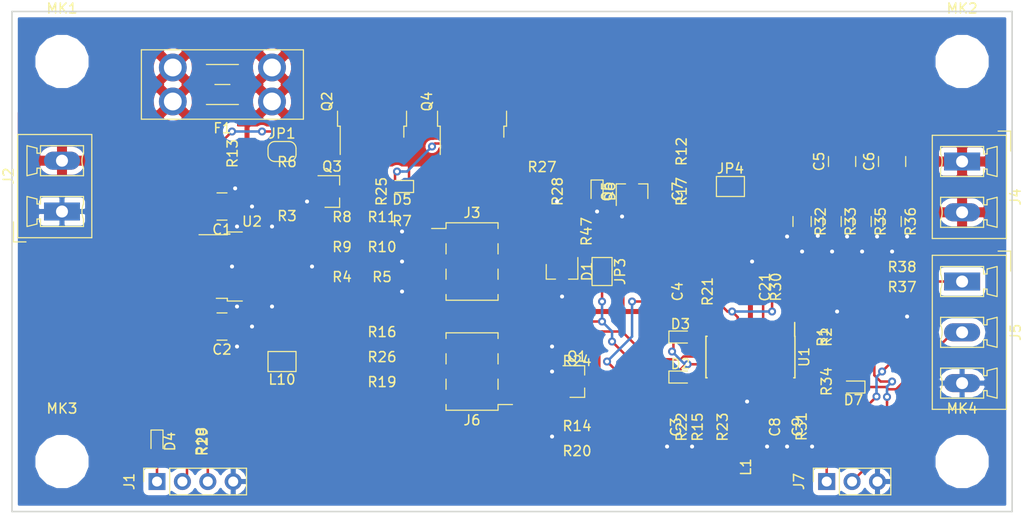
<source format=kicad_pcb>
(kicad_pcb (version 20171130) (host pcbnew 5.0.0-rc2-unknown-81af2db~65~ubuntu17.10.1)
  (layers (0 F.Cu signal) (31 B.Cu signal) (34 B.Paste user) (35 F.Paste user) (36 B.SilkS user) (37 F.SilkS user) (38 B.Mask user) (39 F.Mask user) (44 Edge.Cuts user))
  (net 0 "")
  (net 1 /V_ref)
  (net 2 "Net-(Q1-Pad2)")
  (net 3 "Net-(R1-Pad1)")
  (net 4 GND)
  (net 5 "Net-(D1-Pad1)")
  (net 6 +12V)
  (net 7 "Net-(R23-Pad2)")
  (net 8 "Net-(C3-Pad2)")
  (net 9 "Net-(C4-Pad2)")
  (net 10 "Net-(C7-Pad2)")
  (net 11 "Net-(D4-Pad1)")
  (net 12 "Net-(Q1-Pad3)")
  (net 13 +BATT)
  (net 14 +VDC)
  (net 15 "Net-(D1-Pad2)")
  (net 16 "Net-(C4-Pad1)")
  (net 17 "Net-(D2-Pad2)")
  (net 18 "Net-(Q3-Pad1)")
  (net 19 "Net-(D6-Pad1)")
  (net 20 "Net-(D5-Pad2)")
  (net 21 /chrg_in_v)
  (net 22 /chrg_v)
  (net 23 "Net-(C9-Pad2)")
  (net 24 "Net-(D7-Pad2)")
  (net 25 "Net-(R21-Pad1)")
  (net 26 /chrg_i)
  (net 27 /mcu_set)
  (net 28 "Net-(L1-Pad1)")
  (net 29 /trickle_dis)
  (net 30 "Net-(J6-Pad2)")
  (net 31 "Net-(Q3-Pad3)")
  (net 32 /batt_v)
  (net 33 "Net-(J6-Pad1)")
  (net 34 "Net-(C7-Pad1)")
  (net 35 "Net-(J6-Pad4)")
  (net 36 "Net-(JP1-Pad1)")
  (net 37 "Net-(J3-Pad5)")
  (net 38 "Net-(C8-Pad1)")
  (net 39 /chrg_en)
  (net 40 /BOOST_FB)
  (net 41 "Net-(J3-Pad3)")
  (net 42 "Net-(J3-Pad1)")
  (net 43 "Net-(J6-Pad6)")
  (net 44 /VIN_BATT)
  (net 45 /VIN)
  (net 46 /BATT_SENSE)
  (net 47 /12V_O)
  (module Connector_PinHeader_2.54mm:PinHeader_2x03_P2.54mm_Vertical_SMD (layer F.Cu) (at 146 136 180)
    (fp_text reference J6 (at 0 -4.87 180) (layer F.SilkS))
    (fp_text value Conn_02x03_Odd_Even)
    (pad 6 smd rect (at 2.525 2.54 180) (size 3.15 1) (layers F.Cu F.Paste F.Mask) (net 43 "Net-(J6-Pad6)"))
    (pad 5 smd rect (at -2.525 2.54 180) (size 3.15 1) (layers F.Cu F.Paste F.Mask) (net 33 "Net-(J6-Pad1)"))
    (pad 4 smd rect (at 2.525 0 180) (size 3.15 1) (layers F.Cu F.Paste F.Mask) (net 35 "Net-(J6-Pad4)"))
    (pad 3 smd rect (at -2.525 0 180) (size 3.15 1) (layers F.Cu F.Paste F.Mask) (net 33 "Net-(J6-Pad1)"))
    (pad 2 smd rect (at 2.525 -2.54 180) (size 3.15 1) (layers F.Cu F.Paste F.Mask) (net 30 "Net-(J6-Pad2)"))
    (pad 1 smd rect (at -2.525 -2.54 180) (size 3.15 1) (layers F.Cu F.Paste F.Mask) (net 33 "Net-(J6-Pad1)"))
  )
  (module Connector_PinHeader_2.54mm:PinHeader_2x03_P2.54mm_Vertical_SMD (layer F.Cu) (at 146 125)
    (fp_text reference J3 (at 0 -4.87) (layer F.SilkS))
    (fp_text value Conn_02x03_Odd_Even)
    (pad 1 smd rect (at -2.525 -2.54) (size 3.15 1) (layers F.Cu F.Paste F.Mask) (net 42 "Net-(J3-Pad1)"))
    (pad 2 smd rect (at 2.525 -2.54) (size 3.15 1) (layers F.Cu F.Paste F.Mask) (net 15 "Net-(D1-Pad2)"))
    (pad 3 smd rect (at -2.525 0) (size 3.15 1) (layers F.Cu F.Paste F.Mask) (net 41 "Net-(J3-Pad3)"))
    (pad 4 smd rect (at 2.525 0) (size 3.15 1) (layers F.Cu F.Paste F.Mask) (net 15 "Net-(D1-Pad2)"))
    (pad 5 smd rect (at -2.525 2.54) (size 3.15 1) (layers F.Cu F.Paste F.Mask) (net 37 "Net-(J3-Pad5)"))
    (pad 6 smd rect (at 2.525 2.54) (size 3.15 1) (layers F.Cu F.Paste F.Mask) (net 15 "Net-(D1-Pad2)"))
  )
  (module Inductor_SMD:L_0603_1608Metric (layer F.Cu) (at 174.835639 145.550113 90)
    (fp_text reference L1 (at 0 -1.45 90) (layer F.SilkS))
    (fp_text value L_Small)
    (pad 1 smd rect (at -0.8 0 90) (size 0.82 1) (layers F.Cu F.Paste F.Mask) (net 28 "Net-(L1-Pad1)"))
    (pad 2 smd rect (at 0.8 0 90) (size 0.82 1) (layers F.Cu F.Paste F.Mask) (net 38 "Net-(C8-Pad1)"))
  )
  (module Capacitor_SMD:C_0603_1608Metric (layer F.Cu) (at 174.835639 141.550113 270)
    (fp_text reference C8 (at 0 -1.45 270) (layer F.SilkS))
    (fp_text value 0.1uF)
    (pad 2 smd rect (at 0.8 0 270) (size 0.82 1) (layers F.Cu F.Paste F.Mask) (net 4 GND))
    (pad 1 smd rect (at -0.8 0 270) (size 0.82 1) (layers F.Cu F.Paste F.Mask) (net 38 "Net-(C8-Pad1)"))
  )
  (module Capacitor_SMD:C_0603_1608Metric (layer F.Cu) (at 180 141.550113 90)
    (fp_text reference C9 (at 0 -1.45 90) (layer F.SilkS))
    (fp_text value NC)
    (pad 1 smd rect (at -0.8 0 90) (size 0.82 1) (layers F.Cu F.Paste F.Mask) (net 4 GND))
    (pad 2 smd rect (at 0.8 0 90) (size 0.82 1) (layers F.Cu F.Paste F.Mask) (net 23 "Net-(C9-Pad2)"))
  )
  (module Connector_Phoenix_MC:PhoenixContact_MCV_1,5_3-G-5.08_1x03_P5.08mm_Vertical (layer F.Cu) (at 195 127 270)
    (fp_text reference J5 (at 5.08 -5.35 270) (layer F.SilkS))
    (fp_text value FB)
    (pad 1 thru_hole rect (at 0 0 270) (size 1.8 3.6) (drill 1.2) (layers *.Cu *.Mask) (net 21 /chrg_in_v))
    (pad 2 thru_hole oval (at 5.08 0 270) (size 1.8 3.6) (drill 1.2) (layers *.Cu *.Mask) (net 40 /BOOST_FB))
    (pad 3 thru_hole oval (at 10.16 0 270) (size 1.8 3.6) (drill 1.2) (layers *.Cu *.Mask) (net 4 GND))
  )
  (module Connector_PinSocket_2.54mm:PinSocket_1x03_P2.54mm_Vertical (layer F.Cu) (at 181.46 147 90)
    (fp_text reference J7 (at 0 -2.77 90) (layer F.SilkS))
    (fp_text value CHARGE_VI)
    (pad 1 thru_hole rect (at 0 0 90) (size 1.7 1.7) (drill 1) (layers *.Cu *.Mask) (net 22 /chrg_v))
    (pad 2 thru_hole oval (at 0 2.54 90) (size 1.7 1.7) (drill 1) (layers *.Cu *.Mask) (net 26 /chrg_i))
    (pad 3 thru_hole oval (at 0 5.08 90) (size 1.7 1.7) (drill 1) (layers *.Cu *.Mask) (net 4 GND))
  )
  (module Connector_PinSocket_2.54mm:PinSocket_1x04_P2.54mm_Vertical (layer F.Cu) (at 114.5 147 90)
    (fp_text reference J1 (at 0 -2.77 90) (layer F.SilkS))
    (fp_text value MCU)
    (pad 1 thru_hole rect (at 0 0 90) (size 1.7 1.7) (drill 1) (layers *.Cu *.Mask) (net 39 /chrg_en))
    (pad 2 thru_hole oval (at 0 2.54 90) (size 1.7 1.7) (drill 1) (layers *.Cu *.Mask) (net 29 /trickle_dis))
    (pad 3 thru_hole oval (at 0 5.08 90) (size 1.7 1.7) (drill 1) (layers *.Cu *.Mask) (net 27 /mcu_set))
    (pad 4 thru_hole oval (at 0 7.62 90) (size 1.7 1.7) (drill 1) (layers *.Cu *.Mask) (net 4 GND))
  )
  (module Diode_SMD:D_SOD-523 (layer F.Cu) (at 184.135639 137.550113 180)
    (fp_text reference D7 (at 0 -1.3 180) (layer F.SilkS))
    (fp_text value D_Schottky)
    (pad 2 smd rect (at 0.7 0) (size 0.6 0.7) (layers F.Cu F.Paste F.Mask) (net 24 "Net-(D7-Pad2)"))
    (pad 1 smd rect (at -0.7 0) (size 0.6 0.7) (layers F.Cu F.Paste F.Mask) (net 40 /BOOST_FB))
  )
  (module Diode_SMD:D_SOD-523 (layer F.Cu) (at 158.5 118 270)
    (fp_text reference D6 (at 0 -1.3 270) (layer F.SilkS))
    (fp_text value 12V)
    (pad 1 smd rect (at -0.7 0 90) (size 0.6 0.7) (layers F.Cu F.Paste F.Mask) (net 19 "Net-(D6-Pad1)"))
    (pad 2 smd rect (at 0.7 0 90) (size 0.6 0.7) (layers F.Cu F.Paste F.Mask) (net 4 GND))
  )
  (module Diode_SMD:D_SOD-523 (layer F.Cu) (at 139 117.5 180)
    (fp_text reference D5 (at 0 -1.3 180) (layer F.SilkS))
    (fp_text value 12V)
    (pad 2 smd rect (at 0.7 0) (size 0.6 0.7) (layers F.Cu F.Paste F.Mask) (net 20 "Net-(D5-Pad2)"))
    (pad 1 smd rect (at -0.7 0) (size 0.6 0.7) (layers F.Cu F.Paste F.Mask) (net 44 /VIN_BATT))
  )
  (module Package_TO_SOT_SMD:SOT-23 (layer F.Cu) (at 162 118 90)
    (fp_text reference Q5 (at 0 -2.5 90) (layer F.SilkS))
    (fp_text value Q_NMOS_SDG)
    (pad 1 smd rect (at -1 -0.95 90) (size 0.9 0.8) (layers F.Cu F.Paste F.Mask) (net 4 GND))
    (pad 2 smd rect (at -1 0.95 90) (size 0.9 0.8) (layers F.Cu F.Paste F.Mask) (net 34 "Net-(C7-Pad1)"))
    (pad 3 smd rect (at 1 0 90) (size 0.9 0.8) (layers F.Cu F.Paste F.Mask) (net 19 "Net-(D6-Pad1)"))
  )
  (module Resistor_SMD:R_0603_1608Metric (layer F.Cu) (at 156.5 133.5 180)
    (fp_text reference R24 (at 0 -1.45 180) (layer F.SilkS))
    (fp_text value R_Small)
    (pad 1 smd rect (at -0.8 0 180) (size 0.82 1) (layers F.Cu F.Paste F.Mask) (net 12 "Net-(Q1-Pad3)"))
    (pad 2 smd rect (at 0.8 0 180) (size 0.82 1) (layers F.Cu F.Paste F.Mask) (net 4 GND))
  )
  (module Resistor_SMD:R_0603_1608Metric (layer F.Cu) (at 135.5 118 270)
    (fp_text reference R25 (at 0 -1.45 270) (layer F.SilkS))
    (fp_text value 100)
    (pad 2 smd rect (at 0.8 0 270) (size 0.82 1) (layers F.Cu F.Paste F.Mask) (net 31 "Net-(Q3-Pad3)"))
    (pad 1 smd rect (at -0.8 0 270) (size 0.82 1) (layers F.Cu F.Paste F.Mask) (net 20 "Net-(D5-Pad2)"))
  )
  (module Resistor_SMD:R_0603_1608Metric (layer F.Cu) (at 137 136)
    (fp_text reference R26 (at 0 -1.45) (layer F.SilkS))
    (fp_text value 1K)
    (pad 1 smd rect (at -0.8 0) (size 0.82 1) (layers F.Cu F.Paste F.Mask) (net 1 /V_ref))
    (pad 2 smd rect (at 0.8 0) (size 0.82 1) (layers F.Cu F.Paste F.Mask) (net 35 "Net-(J6-Pad4)"))
  )
  (module Resistor_SMD:R_0603_1608Metric (layer F.Cu) (at 156 118 90)
    (fp_text reference R28 (at 0 -1.45 90) (layer F.SilkS))
    (fp_text value 10K)
    (pad 2 smd rect (at 0.8 0 90) (size 0.82 1) (layers F.Cu F.Paste F.Mask) (net 19 "Net-(D6-Pad1)"))
    (pad 1 smd rect (at -0.8 0 90) (size 0.82 1) (layers F.Cu F.Paste F.Mask) (net 4 GND))
  )
  (module Resistor_SMD:R_0603_1608Metric (layer F.Cu) (at 120.5 143 90)
    (fp_text reference R29 (at 0 -1.45 90) (layer F.SilkS))
    (fp_text value 56K)
    (pad 1 smd rect (at -0.8 0 90) (size 0.82 1) (layers F.Cu F.Paste F.Mask) (net 27 /mcu_set))
    (pad 2 smd rect (at 0.8 0 90) (size 0.82 1) (layers F.Cu F.Paste F.Mask) (net 28 "Net-(L1-Pad1)"))
  )
  (module Resistor_SMD:R_0603_1608Metric (layer F.Cu) (at 177.835639 127.550113 90)
    (fp_text reference R30 (at 0 -1.45 90) (layer F.SilkS))
    (fp_text value NC)
    (pad 2 smd rect (at 0.8 0 90) (size 0.82 1) (layers F.Cu F.Paste F.Mask) (net 25 "Net-(R21-Pad1)"))
    (pad 1 smd rect (at -0.8 0 90) (size 0.82 1) (layers F.Cu F.Paste F.Mask) (net 26 /chrg_i))
  )
  (module Resistor_SMD:R_0603_1608Metric (layer F.Cu) (at 177.5 141.5 270)
    (fp_text reference R31 (at 0 -1.45 270) (layer F.SilkS))
    (fp_text value 56K)
    (pad 1 smd rect (at -0.8 0 270) (size 0.82 1) (layers F.Cu F.Paste F.Mask) (net 23 "Net-(C9-Pad2)"))
    (pad 2 smd rect (at 0.8 0 270) (size 0.82 1) (layers F.Cu F.Paste F.Mask) (net 4 GND))
  )
  (module Resistor_SMD:R_0603_1608Metric (layer F.Cu) (at 180 137 270)
    (fp_text reference R34 (at 0 -1.45 270) (layer F.SilkS))
    (fp_text value 56K)
    (pad 2 smd rect (at 0.8 0 270) (size 0.82 1) (layers F.Cu F.Paste F.Mask) (net 23 "Net-(C9-Pad2)"))
    (pad 1 smd rect (at -0.8 0 270) (size 0.82 1) (layers F.Cu F.Paste F.Mask) (net 24 "Net-(D7-Pad2)"))
  )
  (module Resistor_SMD:R_0603_1608Metric (layer F.Cu) (at 189 129)
    (fp_text reference R37 (at 0 -1.45) (layer F.SilkS))
    (fp_text value 1K)
    (pad 1 smd rect (at -0.8 0) (size 0.82 1) (layers F.Cu F.Paste F.Mask) (net 22 /chrg_v))
    (pad 2 smd rect (at 0.8 0) (size 0.82 1) (layers F.Cu F.Paste F.Mask) (net 4 GND))
  )
  (module Resistor_SMD:R_0603_1608Metric (layer F.Cu) (at 189 127)
    (fp_text reference R38 (at 0 -1.45) (layer F.SilkS))
    (fp_text value 10K)
    (pad 2 smd rect (at 0.8 0) (size 0.82 1) (layers F.Cu F.Paste F.Mask) (net 21 /chrg_in_v))
    (pad 1 smd rect (at -0.8 0) (size 0.82 1) (layers F.Cu F.Paste F.Mask) (net 22 /chrg_v))
  )
  (module Resistor_SMD:R_0603_1608Metric (layer F.Cu) (at 153 117)
    (fp_text reference R27 (at 0 -1.45) (layer F.SilkS))
    (fp_text value 1K)
    (pad 1 smd rect (at -0.8 0) (size 0.82 1) (layers F.Cu F.Paste F.Mask) (net 14 +VDC))
    (pad 2 smd rect (at 0.8 0) (size 0.82 1) (layers F.Cu F.Paste F.Mask) (net 19 "Net-(D6-Pad1)"))
  )
  (module Resistor_SMD:R_1206_3216Metric (layer F.Cu) (at 182 121 270)
    (fp_text reference R33 (at 0 -1.85 270) (layer F.SilkS))
    (fp_text value 0.1R)
    (pad 2 smd rect (at 1.43 0 270) (size 1.22 1.8) (layers F.Cu F.Paste F.Mask) (net 4 GND))
    (pad 1 smd rect (at -1.43 0 270) (size 1.22 1.8) (layers F.Cu F.Paste F.Mask) (net 46 /BATT_SENSE))
  )
  (module Resistor_SMD:R_1206_3216Metric (layer F.Cu) (at 179 121 270)
    (fp_text reference R32 (at 0 -1.85 270) (layer F.SilkS))
    (fp_text value 0.1R)
    (pad 1 smd rect (at -1.43 0 270) (size 1.22 1.8) (layers F.Cu F.Paste F.Mask) (net 46 /BATT_SENSE))
    (pad 2 smd rect (at 1.43 0 270) (size 1.22 1.8) (layers F.Cu F.Paste F.Mask) (net 4 GND))
  )
  (module Resistor_SMD:R_1206_3216Metric (layer F.Cu) (at 188 121 270)
    (fp_text reference R36 (at 0 -1.85 270) (layer F.SilkS))
    (fp_text value 0.1R)
    (pad 2 smd rect (at 1.43 0 270) (size 1.22 1.8) (layers F.Cu F.Paste F.Mask) (net 4 GND))
    (pad 1 smd rect (at -1.43 0 270) (size 1.22 1.8) (layers F.Cu F.Paste F.Mask) (net 46 /BATT_SENSE))
  )
  (module Resistor_SMD:R_1206_3216Metric (layer F.Cu) (at 185 121 270)
    (fp_text reference R35 (at 0 -1.85 270) (layer F.SilkS))
    (fp_text value 0.1R)
    (pad 1 smd rect (at -1.43 0 270) (size 1.22 1.8) (layers F.Cu F.Paste F.Mask) (net 46 /BATT_SENSE))
    (pad 2 smd rect (at 1.43 0 270) (size 1.22 1.8) (layers F.Cu F.Paste F.Mask) (net 4 GND))
  )
  (module Capacitor_SMD:C_0603_1608Metric (layer F.Cu) (at 167.835639 141.550113 90)
    (fp_text reference C3 (at 0 -1.45 90) (layer F.SilkS))
    (fp_text value C_Small)
    (pad 2 smd rect (at 0.8 0 90) (size 0.82 1) (layers F.Cu F.Paste F.Mask) (net 8 "Net-(C3-Pad2)"))
    (pad 1 smd rect (at -0.8 0 90) (size 0.82 1) (layers F.Cu F.Paste F.Mask) (net 4 GND))
  )
  (module Capacitor_SMD:C_0603_1608Metric (layer F.Cu) (at 168 128 90)
    (fp_text reference C4 (at 0 -1.45 90) (layer F.SilkS))
    (fp_text value NC)
    (pad 1 smd rect (at -0.8 0 90) (size 0.82 1) (layers F.Cu F.Paste F.Mask) (net 16 "Net-(C4-Pad1)"))
    (pad 2 smd rect (at 0.8 0 90) (size 0.82 1) (layers F.Cu F.Paste F.Mask) (net 9 "Net-(C4-Pad2)"))
  )
  (module Capacitor_SMD:C_0603_1608Metric (layer F.Cu) (at 168 118 90)
    (fp_text reference C7 (at 0 -1.45 90) (layer F.SilkS))
    (fp_text value 0.1uF)
    (pad 2 smd rect (at 0.8 0 90) (size 0.82 1) (layers F.Cu F.Paste F.Mask) (net 10 "Net-(C7-Pad2)"))
    (pad 1 smd rect (at -0.8 0 90) (size 0.82 1) (layers F.Cu F.Paste F.Mask) (net 34 "Net-(C7-Pad1)"))
  )
  (module Capacitor_SMD:C_0603_1608Metric (layer F.Cu) (at 173.835639 127.550113 270)
    (fp_text reference C21 (at 0 -1.45 270) (layer F.SilkS))
    (fp_text value 0.1uF)
    (pad 1 smd rect (at -0.8 0 270) (size 0.82 1) (layers F.Cu F.Paste F.Mask) (net 4 GND))
    (pad 2 smd rect (at 0.8 0 270) (size 0.82 1) (layers F.Cu F.Paste F.Mask) (net 6 +12V))
  )
  (module Package_TO_SOT_SMD:SOT-23 (layer F.Cu) (at 132 118)
    (fp_text reference Q3 (at 0 -2.5) (layer F.SilkS))
    (fp_text value MMBT3904)
    (pad 1 smd rect (at -1 -0.95) (size 0.9 0.8) (layers F.Cu F.Paste F.Mask) (net 18 "Net-(Q3-Pad1)"))
    (pad 2 smd rect (at -1 0.95) (size 0.9 0.8) (layers F.Cu F.Paste F.Mask) (net 4 GND))
    (pad 3 smd rect (at 1 0) (size 0.9 0.8) (layers F.Cu F.Paste F.Mask) (net 31 "Net-(Q3-Pad3)"))
  )
  (module Resistor_SMD:R_0603_1608Metric (layer F.Cu) (at 182.5 132.550113 90)
    (fp_text reference R1 (at 0 -1.45 90) (layer F.SilkS))
    (fp_text value 56K)
    (pad 2 smd rect (at 0.8 0 90) (size 0.82 1) (layers F.Cu F.Paste F.Mask) (net 4 GND))
    (pad 1 smd rect (at -0.8 0 90) (size 0.82 1) (layers F.Cu F.Paste F.Mask) (net 3 "Net-(R1-Pad1)"))
  )
  (module Resistor_SMD:R_0603_1608Metric (layer F.Cu) (at 180 132.550113 270)
    (fp_text reference R2 (at 0 -1.45 270) (layer F.SilkS))
    (fp_text value 56K)
    (pad 1 smd rect (at -0.8 0 270) (size 0.82 1) (layers F.Cu F.Paste F.Mask) (net 26 /chrg_i))
    (pad 2 smd rect (at 0.8 0 270) (size 0.82 1) (layers F.Cu F.Paste F.Mask) (net 3 "Net-(R1-Pad1)"))
  )
  (module Resistor_SMD:R_0603_1608Metric (layer F.Cu) (at 127.5 119 180)
    (fp_text reference R3 (at 0 -1.45 180) (layer F.SilkS))
    (fp_text value 10K)
    (pad 2 smd rect (at 0.8 0 180) (size 0.82 1) (layers F.Cu F.Paste F.Mask) (net 11 "Net-(D4-Pad1)"))
    (pad 1 smd rect (at -0.8 0 180) (size 0.82 1) (layers F.Cu F.Paste F.Mask) (net 4 GND))
  )
  (module Resistor_SMD:R_0603_1608Metric (layer F.Cu) (at 133 128)
    (fp_text reference R4 (at 0 -1.45) (layer F.SilkS))
    (fp_text value 56K)
    (pad 1 smd rect (at -0.8 0) (size 0.82 1) (layers F.Cu F.Paste F.Mask) (net 6 +12V))
    (pad 2 smd rect (at 0.8 0) (size 0.82 1) (layers F.Cu F.Paste F.Mask) (net 37 "Net-(J3-Pad5)"))
  )
  (module Resistor_SMD:R_0603_1608Metric (layer F.Cu) (at 137 128)
    (fp_text reference R5 (at 0 -1.45) (layer F.SilkS))
    (fp_text value 56K)
    (pad 2 smd rect (at 0.8 0) (size 0.82 1) (layers F.Cu F.Paste F.Mask) (net 4 GND))
    (pad 1 smd rect (at -0.8 0) (size 0.82 1) (layers F.Cu F.Paste F.Mask) (net 37 "Net-(J3-Pad5)"))
  )
  (module Resistor_SMD:R_0603_1608Metric (layer F.Cu) (at 127.5 116.5)
    (fp_text reference R6 (at 0 -1.45) (layer F.SilkS))
    (fp_text value 1K)
    (pad 1 smd rect (at -0.8 0) (size 0.82 1) (layers F.Cu F.Paste F.Mask) (net 11 "Net-(D4-Pad1)"))
    (pad 2 smd rect (at 0.8 0) (size 0.82 1) (layers F.Cu F.Paste F.Mask) (net 18 "Net-(Q3-Pad1)"))
  )
  (module Resistor_SMD:R_0603_1608Metric (layer F.Cu) (at 139 119.5 180)
    (fp_text reference R7 (at 0 -1.45 180) (layer F.SilkS))
    (fp_text value 470K)
    (pad 2 smd rect (at 0.8 0 180) (size 0.82 1) (layers F.Cu F.Paste F.Mask) (net 20 "Net-(D5-Pad2)"))
    (pad 1 smd rect (at -0.8 0 180) (size 0.82 1) (layers F.Cu F.Paste F.Mask) (net 44 /VIN_BATT))
  )
  (module Resistor_SMD:R_0603_1608Metric (layer F.Cu) (at 133 122)
    (fp_text reference R8 (at 0 -1.45) (layer F.SilkS))
    (fp_text value 56K)
    (pad 1 smd rect (at -0.8 0) (size 0.82 1) (layers F.Cu F.Paste F.Mask) (net 6 +12V))
    (pad 2 smd rect (at 0.8 0) (size 0.82 1) (layers F.Cu F.Paste F.Mask) (net 42 "Net-(J3-Pad1)"))
  )
  (module Resistor_SMD:R_0603_1608Metric (layer F.Cu) (at 133 125)
    (fp_text reference R9 (at 0 -1.45) (layer F.SilkS))
    (fp_text value 56K)
    (pad 2 smd rect (at 0.8 0) (size 0.82 1) (layers F.Cu F.Paste F.Mask) (net 41 "Net-(J3-Pad3)"))
    (pad 1 smd rect (at -0.8 0) (size 0.82 1) (layers F.Cu F.Paste F.Mask) (net 6 +12V))
  )
  (module Resistor_SMD:R_0603_1608Metric (layer F.Cu) (at 137 125)
    (fp_text reference R10 (at 0 -1.45) (layer F.SilkS))
    (fp_text value 56K)
    (pad 1 smd rect (at -0.8 0) (size 0.82 1) (layers F.Cu F.Paste F.Mask) (net 41 "Net-(J3-Pad3)"))
    (pad 2 smd rect (at 0.8 0) (size 0.82 1) (layers F.Cu F.Paste F.Mask) (net 4 GND))
  )
  (module Resistor_SMD:R_0603_1608Metric (layer F.Cu) (at 137 122)
    (fp_text reference R11 (at 0 -1.45) (layer F.SilkS))
    (fp_text value 56K)
    (pad 2 smd rect (at 0.8 0) (size 0.82 1) (layers F.Cu F.Paste F.Mask) (net 4 GND))
    (pad 1 smd rect (at -0.8 0) (size 0.82 1) (layers F.Cu F.Paste F.Mask) (net 42 "Net-(J3-Pad1)"))
  )
  (module Resistor_SMD:R_0603_1608Metric (layer F.Cu) (at 165.5 114 270)
    (fp_text reference R12 (at 0 -1.45 270) (layer F.SilkS))
    (fp_text value 100K)
    (pad 1 smd rect (at -0.8 0 270) (size 0.82 1) (layers F.Cu F.Paste F.Mask) (net 13 +BATT))
    (pad 2 smd rect (at 0.8 0 270) (size 0.82 1) (layers F.Cu F.Paste F.Mask) (net 10 "Net-(C7-Pad2)"))
  )
  (module Resistor_SMD:R_0603_1608Metric (layer F.Cu) (at 156.5 140 180)
    (fp_text reference R14 (at 0 -1.45 180) (layer F.SilkS))
    (fp_text value R_Small)
    (pad 2 smd rect (at 0.8 0 180) (size 0.82 1) (layers F.Cu F.Paste F.Mask) (net 2 "Net-(Q1-Pad2)"))
    (pad 1 smd rect (at -0.8 0 180) (size 0.82 1) (layers F.Cu F.Paste F.Mask) (net 33 "Net-(J6-Pad1)"))
  )
  (module Resistor_SMD:R_0603_1608Metric (layer F.Cu) (at 137 133.5)
    (fp_text reference R16 (at 0 -1.45) (layer F.SilkS))
    (fp_text value R_Small)
    (pad 1 smd rect (at -0.8 0) (size 0.82 1) (layers F.Cu F.Paste F.Mask) (net 1 /V_ref))
    (pad 2 smd rect (at 0.8 0) (size 0.82 1) (layers F.Cu F.Paste F.Mask) (net 43 "Net-(J6-Pad6)"))
  )
  (module Resistor_SMD:R_0603_1608Metric (layer F.Cu) (at 165.5 118 270)
    (fp_text reference R17 (at 0 -1.45 270) (layer F.SilkS))
    (fp_text value 20K)
    (pad 2 smd rect (at 0.8 0 270) (size 0.82 1) (layers F.Cu F.Paste F.Mask) (net 34 "Net-(C7-Pad1)"))
    (pad 1 smd rect (at -0.8 0 270) (size 0.82 1) (layers F.Cu F.Paste F.Mask) (net 10 "Net-(C7-Pad2)"))
  )
  (module Resistor_SMD:R_0603_1608Metric (layer F.Cu) (at 117.5 143 270)
    (fp_text reference R18 (at 0 -1.45 270) (layer F.SilkS))
    (fp_text value R_Small)
    (pad 1 smd rect (at -0.8 0 270) (size 0.82 1) (layers F.Cu F.Paste F.Mask) (net 12 "Net-(Q1-Pad3)"))
    (pad 2 smd rect (at 0.8 0 270) (size 0.82 1) (layers F.Cu F.Paste F.Mask) (net 29 /trickle_dis))
  )
  (module Resistor_SMD:R_0603_1608Metric (layer F.Cu) (at 137 138.5)
    (fp_text reference R19 (at 0 -1.45) (layer F.SilkS))
    (fp_text value R_Small)
    (pad 2 smd rect (at 0.8 0) (size 0.82 1) (layers F.Cu F.Paste F.Mask) (net 30 "Net-(J6-Pad2)"))
    (pad 1 smd rect (at -0.8 0) (size 0.82 1) (layers F.Cu F.Paste F.Mask) (net 1 /V_ref))
  )
  (module Resistor_SMD:R_0603_1608Metric (layer F.Cu) (at 156.5 142.5 180)
    (fp_text reference R20 (at 0 -1.45 180) (layer F.SilkS))
    (fp_text value R_Small)
    (pad 1 smd rect (at -0.8 0 180) (size 0.82 1) (layers F.Cu F.Paste F.Mask) (net 33 "Net-(J6-Pad1)"))
    (pad 2 smd rect (at 0.8 0 180) (size 0.82 1) (layers F.Cu F.Paste F.Mask) (net 4 GND))
  )
  (module Resistor_SMD:R_0603_1608Metric (layer F.Cu) (at 171 128 90)
    (fp_text reference R21 (at 0 -1.45 90) (layer F.SilkS))
    (fp_text value NC)
    (pad 2 smd rect (at 0.8 0 90) (size 0.82 1) (layers F.Cu F.Paste F.Mask) (net 9 "Net-(C4-Pad2)"))
    (pad 1 smd rect (at -0.8 0 90) (size 0.82 1) (layers F.Cu F.Paste F.Mask) (net 25 "Net-(R21-Pad1)"))
  )
  (module Resistor_SMD:R_0603_1608Metric (layer F.Cu) (at 165.5 141.550113 270)
    (fp_text reference R22 (at 0 -1.45 270) (layer F.SilkS))
    (fp_text value R_Small)
    (pad 1 smd rect (at -0.8 0 270) (size 0.82 1) (layers F.Cu F.Paste F.Mask) (net 8 "Net-(C3-Pad2)"))
    (pad 2 smd rect (at 0.8 0 270) (size 0.82 1) (layers F.Cu F.Paste F.Mask) (net 4 GND))
  )
  (module Resistor_SMD:R_0603_1608Metric (layer F.Cu) (at 172.5 141.550113 90)
    (fp_text reference R23 (at 0 -1.45 90) (layer F.SilkS))
    (fp_text value R_Small)
    (pad 2 smd rect (at 0.8 0 90) (size 0.82 1) (layers F.Cu F.Paste F.Mask) (net 7 "Net-(R23-Pad2)"))
    (pad 1 smd rect (at -0.8 0 90) (size 0.82 1) (layers F.Cu F.Paste F.Mask) (net 32 /batt_v))
  )
  (module Resistor_SMD:R_0603_1608Metric (layer F.Cu) (at 156 122 270)
    (fp_text reference R47 (at 0 -1.45 270) (layer F.SilkS))
    (fp_text value 20K)
    (pad 1 smd rect (at -0.8 0 270) (size 0.82 1) (layers F.Cu F.Paste F.Mask) (net 6 +12V))
    (pad 2 smd rect (at 0.8 0 270) (size 0.82 1) (layers F.Cu F.Paste F.Mask) (net 5 "Net-(D1-Pad1)"))
  )
  (module Resistor_SMD:R_0603_1608Metric (layer F.Cu) (at 123.5 114.2 90)
    (fp_text reference R13 (at 0 -1.45 90) (layer F.SilkS))
    (fp_text value 10K)
    (pad 2 smd rect (at 0.8 0 90) (size 0.82 1) (layers F.Cu F.Paste F.Mask) (net 14 +VDC))
    (pad 1 smd rect (at -0.8 0 90) (size 0.82 1) (layers F.Cu F.Paste F.Mask) (net 36 "Net-(JP1-Pad1)"))
  )
  (module Resistor_SMD:R_0603_1608Metric (layer F.Cu) (at 170 141.550113 90)
    (fp_text reference R15 (at 0 -1.45 90) (layer F.SilkS))
    (fp_text value R_Small)
    (pad 1 smd rect (at -0.8 0 90) (size 0.82 1) (layers F.Cu F.Paste F.Mask) (net 1 /V_ref))
    (pad 2 smd rect (at 0.8 0 90) (size 0.82 1) (layers F.Cu F.Paste F.Mask) (net 8 "Net-(C3-Pad2)"))
  )
  (module Fuse:Fuseholder_Blade_Mini_Keystone_3568 (layer F.Cu) (at 126 109 180)
    (fp_text reference F1 (at 4.96 -2.67 180) (layer F.SilkS))
    (fp_text value Fuse)
    (pad 1 thru_hole circle (at 0 0 180) (size 2.78 2.78) (drill 1.78) (layers *.Cu *.Mask) (net 14 +VDC))
    (pad 1 thru_hole circle (at 0 3.4 180) (size 2.78 2.78) (drill 1.78) (layers *.Cu *.Mask) (net 14 +VDC))
    (pad 2 thru_hole circle (at 9.92 0 180) (size 2.78 2.78) (drill 1.78) (layers *.Cu *.Mask) (net 45 /VIN))
    (pad 2 thru_hole circle (at 9.92 3.4 180) (size 2.78 2.78) (drill 1.78) (layers *.Cu *.Mask) (net 45 /VIN))
  )
  (module Capacitor_SMD:C_1210_3225Metric (layer F.Cu) (at 121 119.5 180)
    (fp_text reference C1 (at 0 -2.3 180) (layer F.SilkS))
    (fp_text value "10uF 25V")
    (pad 2 smd rect (at 1.43 0 180) (size 1.22 2.7) (layers F.Cu F.Paste F.Mask) (net 14 +VDC))
    (pad 1 smd rect (at -1.43 0 180) (size 1.22 2.7) (layers F.Cu F.Paste F.Mask) (net 4 GND))
  )
  (module Capacitor_SMD:C_1210_3225Metric (layer F.Cu) (at 188 115 90)
    (fp_text reference C6 (at 0 -2.3 90) (layer F.SilkS))
    (fp_text value "10uF 25V")
    (pad 1 smd rect (at -1.43 0 90) (size 1.22 2.7) (layers F.Cu F.Paste F.Mask) (net 46 /BATT_SENSE))
    (pad 2 smd rect (at 1.43 0 90) (size 1.22 2.7) (layers F.Cu F.Paste F.Mask) (net 13 +BATT))
  )
  (module Capacitor_SMD:C_1210_3225Metric (layer F.Cu) (at 183 115 90)
    (fp_text reference C5 (at 0 -2.3 90) (layer F.SilkS))
    (fp_text value "10uF 25V")
    (pad 2 smd rect (at 1.43 0 90) (size 1.22 2.7) (layers F.Cu F.Paste F.Mask) (net 13 +BATT))
    (pad 1 smd rect (at -1.43 0 90) (size 1.22 2.7) (layers F.Cu F.Paste F.Mask) (net 46 /BATT_SENSE))
  )
  (module Capacitor_SMD:C_1210_3225Metric (layer F.Cu) (at 121 131.5 180)
    (fp_text reference C2 (at 0 -2.3 180) (layer F.SilkS))
    (fp_text value "10uF 25V")
    (pad 1 smd rect (at -1.43 0 180) (size 1.22 2.7) (layers F.Cu F.Paste F.Mask) (net 4 GND))
    (pad 2 smd rect (at 1.43 0 180) (size 1.22 2.7) (layers F.Cu F.Paste F.Mask) (net 47 /12V_O))
  )
  (module Connector_Phoenix_MC:PhoenixContact_MCV_1,5_2-G-5.08_1x02_P5.08mm_Vertical (layer F.Cu) (at 105 120 90)
    (fp_text reference J2 (at 3.54 -5.35 90) (layer F.SilkS))
    (fp_text value PSU)
    (pad 2 thru_hole oval (at 5.08 0 90) (size 1.8 3.6) (drill 1.2) (layers *.Cu *.Mask) (net 45 /VIN))
    (pad 1 thru_hole rect (at 0 0 90) (size 1.8 3.6) (drill 1.2) (layers *.Cu *.Mask) (net 4 GND))
  )
  (module Connector_Phoenix_MC:PhoenixContact_MCV_1,5_2-G-5.08_1x02_P5.08mm_Vertical (layer F.Cu) (at 195 115 270)
    (fp_text reference J4 (at 3.54 -5.35 270) (layer F.SilkS))
    (fp_text value BATT)
    (pad 2 thru_hole oval (at 5.08 0 270) (size 1.8 3.6) (drill 1.2) (layers *.Cu *.Mask) (net 46 /BATT_SENSE))
    (pad 1 thru_hole rect (at 0 0 270) (size 1.8 3.6) (drill 1.2) (layers *.Cu *.Mask) (net 13 +BATT))
  )
  (module Diode_SMD:D_SOD-523 (layer F.Cu) (at 166.835639 136.550113)
    (fp_text reference D2 (at 0 -1.3) (layer F.SilkS))
    (fp_text value D_Schottky)
    (pad 2 smd rect (at 0.7 0 180) (size 0.6 0.7) (layers F.Cu F.Paste F.Mask) (net 17 "Net-(D2-Pad2)"))
    (pad 1 smd rect (at -0.7 0 180) (size 0.6 0.7) (layers F.Cu F.Paste F.Mask) (net 40 /BOOST_FB))
  )
  (module Diode_SMD:D_SOD-523 (layer F.Cu) (at 166.835639 132.550113)
    (fp_text reference D3 (at 0 -1.3) (layer F.SilkS))
    (fp_text value D_Schottky)
    (pad 1 smd rect (at -0.7 0 180) (size 0.6 0.7) (layers F.Cu F.Paste F.Mask) (net 40 /BOOST_FB))
    (pad 2 smd rect (at 0.7 0 180) (size 0.6 0.7) (layers F.Cu F.Paste F.Mask) (net 16 "Net-(C4-Pad1)"))
  )
  (module Diode_SMD:D_SOD-523 (layer F.Cu) (at 114.5 143 270)
    (fp_text reference D4 (at 0 -1.3 270) (layer F.SilkS))
    (fp_text value 1N4148)
    (pad 2 smd rect (at 0.7 0 90) (size 0.6 0.7) (layers F.Cu F.Paste F.Mask) (net 39 /chrg_en))
    (pad 1 smd rect (at -0.7 0 90) (size 0.6 0.7) (layers F.Cu F.Paste F.Mask) (net 11 "Net-(D4-Pad1)"))
  )
  (module Jumper:SolderJumper-2_P1.3mm_Bridged_Pad1.0x1.5mm (layer F.Cu) (at 127 135 180)
    (fp_text reference L10 (at 0 -1.8 180) (layer F.SilkS))
    (fp_text value JUMPER)
    (pad 1 smd rect (at -0.65 0 180) (size 1 1.5) (layers F.Cu F.Mask) (net 6 +12V))
    (pad 2 smd rect (at 0.65 0 180) (size 1 1.5) (layers F.Cu F.Mask) (net 47 /12V_O))
    (pad 1 smd rect (at 0 0 180) (size 0.5 0.6) (layers F.Cu F.Mask) (net 6 +12V))
  )
  (module Jumper:SolderJumper-2_P1.3mm_Bridged_Pad1.0x1.5mm (layer F.Cu) (at 159 126 270)
    (fp_text reference JP3 (at 0 -1.8 270) (layer F.SilkS))
    (fp_text value vref)
    (pad 1 smd rect (at -0.65 0 270) (size 1 1.5) (layers F.Cu F.Mask) (net 5 "Net-(D1-Pad1)"))
    (pad 2 smd rect (at 0.65 0 270) (size 1 1.5) (layers F.Cu F.Mask) (net 1 /V_ref))
    (pad 1 smd rect (at 0 0 270) (size 0.5 0.6) (layers F.Cu F.Mask) (net 5 "Net-(D1-Pad1)"))
  )
  (module Jumper:SolderJumper-2_P1.3mm_Bridged_Pad1.0x1.5mm (layer F.Cu) (at 171.835639 117.5)
    (fp_text reference JP4 (at 0 -1.8) (layer F.SilkS))
    (fp_text value vref)
    (pad 1 smd rect (at 0 0) (size 0.5 0.6) (layers F.Cu F.Mask) (net 10 "Net-(C7-Pad2)"))
    (pad 2 smd rect (at 0.65 0) (size 1 1.5) (layers F.Cu F.Mask) (net 32 /batt_v))
    (pad 1 smd rect (at -0.65 0) (size 1 1.5) (layers F.Cu F.Mask) (net 10 "Net-(C7-Pad2)"))
  )
  (module Jumper:SolderJumper-2_P1.3mm_Open_RoundedPad1.0x1.5mm (layer F.Cu) (at 127 114)
    (fp_text reference JP1 (at 0 -1.8) (layer F.SilkS))
    (fp_text value DEFAULT_EN)
    (pad 2 smd roundrect (at 0.65 0) (size 1 1.5) (layers F.Cu F.Mask) (roundrect_rratio 0.5) (net 11 "Net-(D4-Pad1)"))
    (pad 1 smd roundrect (at -0.65 0) (size 1 1.5) (layers F.Cu F.Mask) (roundrect_rratio 0.5) (net 36 "Net-(JP1-Pad1)"))
    (pad 1 smd rect (at -0.4 0) (size 0.5 1.5) (layers F.Cu F.Mask) (net 36 "Net-(JP1-Pad1)"))
    (pad 2 smd rect (at 0.4 0) (size 0.5 1.5) (layers F.Cu F.Mask) (net 11 "Net-(D4-Pad1)"))
  )
  (module MountingHole:MountingHole_4.3mm_M4 (layer F.Cu) (at 105 105)
    (fp_text reference MK1 (at 0 -5.3) (layer F.SilkS))
    (fp_text value Mounting_Hole)
    (pad 1 np_thru_hole circle (at 0 0) (size 4.3 4.3) (drill 4.3) (layers *.Cu *.Mask))
  )
  (module MountingHole:MountingHole_4.3mm_M4 (layer F.Cu) (at 195 105)
    (fp_text reference MK2 (at 0 -5.3) (layer F.SilkS))
    (fp_text value Mounting_Hole)
    (pad 1 np_thru_hole circle (at 0 0) (size 4.3 4.3) (drill 4.3) (layers *.Cu *.Mask))
  )
  (module MountingHole:MountingHole_4.3mm_M4 (layer F.Cu) (at 105 145)
    (fp_text reference MK3 (at 0 -5.3) (layer F.SilkS))
    (fp_text value Mounting_Hole)
    (pad 1 np_thru_hole circle (at 0 0) (size 4.3 4.3) (drill 4.3) (layers *.Cu *.Mask))
  )
  (module MountingHole:MountingHole_4.3mm_M4 (layer F.Cu) (at 195 145)
    (fp_text reference MK4 (at 0 -5.3) (layer F.SilkS))
    (fp_text value Mounting_Hole)
    (pad 1 np_thru_hole circle (at 0 0) (size 4.3 4.3) (drill 4.3) (layers *.Cu *.Mask))
  )
  (module Package_SO:SOIC-14_3.9x8.7mm_P1.27mm (layer F.Cu) (at 173.835639 134.550113 270)
    (fp_text reference U1 (at 0 -5.375 270) (layer F.SilkS))
    (fp_text value LMV324)
    (pad 1 smd rect (at -2.7 -3.81 270) (size 1.5 0.6) (layers F.Cu F.Paste F.Mask) (net 26 /chrg_i))
    (pad 2 smd rect (at -2.7 -2.54 270) (size 1.5 0.6) (layers F.Cu F.Paste F.Mask) (net 3 "Net-(R1-Pad1)"))
    (pad 3 smd rect (at -2.7 -1.27 270) (size 1.5 0.6) (layers F.Cu F.Paste F.Mask) (net 46 /BATT_SENSE))
    (pad 4 smd rect (at -2.7 0 270) (size 1.5 0.6) (layers F.Cu F.Paste F.Mask) (net 6 +12V))
    (pad 5 smd rect (at -2.7 1.27 270) (size 1.5 0.6) (layers F.Cu F.Paste F.Mask) (net 25 "Net-(R21-Pad1)"))
    (pad 6 smd rect (at -2.7 2.54 270) (size 1.5 0.6) (layers F.Cu F.Paste F.Mask) (net 33 "Net-(J6-Pad1)"))
    (pad 7 smd rect (at -2.7 3.81 270) (size 1.5 0.6) (layers F.Cu F.Paste F.Mask) (net 16 "Net-(C4-Pad1)"))
    (pad 8 smd rect (at 2.7 3.81 270) (size 1.5 0.6) (layers F.Cu F.Paste F.Mask) (net 17 "Net-(D2-Pad2)"))
    (pad 9 smd rect (at 2.7 2.54 270) (size 1.5 0.6) (layers F.Cu F.Paste F.Mask) (net 8 "Net-(C3-Pad2)"))
    (pad 10 smd rect (at 2.7 1.27 270) (size 1.5 0.6) (layers F.Cu F.Paste F.Mask) (net 7 "Net-(R23-Pad2)"))
    (pad 11 smd rect (at 2.7 0 270) (size 1.5 0.6) (layers F.Cu F.Paste F.Mask) (net 4 GND))
    (pad 12 smd rect (at 2.7 -1.27 270) (size 1.5 0.6) (layers F.Cu F.Paste F.Mask) (net 38 "Net-(C8-Pad1)"))
    (pad 13 smd rect (at 2.7 -2.54 270) (size 1.5 0.6) (layers F.Cu F.Paste F.Mask) (net 23 "Net-(C9-Pad2)"))
    (pad 14 smd rect (at 2.7 -3.81 270) (size 1.5 0.6) (layers F.Cu F.Paste F.Mask) (net 24 "Net-(D7-Pad2)"))
  )
  (module Package_TO_SOT_SMD:SOT-23 (layer F.Cu) (at 156.5 137)
    (fp_text reference Q1 (at 0 -2.5) (layer F.SilkS))
    (fp_text value Q_NMOS_SDG)
    (pad 3 smd rect (at 1 0) (size 0.9 0.8) (layers F.Cu F.Paste F.Mask) (net 12 "Net-(Q1-Pad3)"))
    (pad 2 smd rect (at -1 0.95) (size 0.9 0.8) (layers F.Cu F.Paste F.Mask) (net 2 "Net-(Q1-Pad2)"))
    (pad 1 smd rect (at -1 -0.95) (size 0.9 0.8) (layers F.Cu F.Paste F.Mask) (net 4 GND))
  )
  (module Package_TO_SOT_SMD:SOT-23 (layer F.Cu) (at 155 126 270)
    (fp_text reference D1 (at 0 -2.5 270) (layer F.SilkS))
    (fp_text value TL431DBZ)
    (pad 1 smd rect (at -1 -0.95 270) (size 0.9 0.8) (layers F.Cu F.Paste F.Mask) (net 5 "Net-(D1-Pad1)"))
    (pad 2 smd rect (at -1 0.95 270) (size 0.9 0.8) (layers F.Cu F.Paste F.Mask) (net 15 "Net-(D1-Pad2)"))
    (pad 3 smd rect (at 1 0 270) (size 0.9 0.8) (layers F.Cu F.Paste F.Mask) (net 4 GND))
  )
  (module Package_TO_SOT_SMD:TO-252-2 (layer F.Cu) (at 136 109 90)
    (fp_text reference Q2 (at 0 -4.5 90) (layer F.SilkS))
    (fp_text value Q_PMOS_GDS)
    (pad 1 smd rect (at -4.2 -2.28 90) (size 2.2 1.2) (layers F.Cu F.Paste F.Mask) (net 20 "Net-(D5-Pad2)"))
    (pad 3 smd rect (at -4.2 2.28 90) (size 2.2 1.2) (layers F.Cu F.Paste F.Mask) (net 44 /VIN_BATT))
    (pad 2 smd rect (at 2.1 0 90) (size 6.4 5.8) (layers F.Cu F.Mask) (net 14 +VDC))
  )
  (module Package_TO_SOT_SMD:TO-252-2 (layer F.Cu) (at 146 109 90)
    (fp_text reference Q4 (at 0 -4.5 90) (layer F.SilkS))
    (fp_text value Q_PMOS_GDS)
    (pad 2 smd rect (at 2.1 0 90) (size 6.4 5.8) (layers F.Cu F.Mask) (net 13 +BATT))
    (pad 3 smd rect (at -4.2 2.28 90) (size 2.2 1.2) (layers F.Cu F.Paste F.Mask) (net 44 /VIN_BATT))
    (pad 1 smd rect (at -4.2 -2.28 90) (size 2.2 1.2) (layers F.Cu F.Paste F.Mask) (net 20 "Net-(D5-Pad2)"))
  )
  (module Package_TO_SOT_SMD:TO-252-2 (layer F.Cu) (at 124 125.5)
    (fp_text reference U2 (at 0 -4.5) (layer F.SilkS))
    (fp_text value L7812)
    (pad 1 smd rect (at -4.2 -2.28) (size 2.2 1.2) (layers F.Cu F.Paste F.Mask) (net 14 +VDC))
    (pad 3 smd rect (at -4.2 2.28) (size 2.2 1.2) (layers F.Cu F.Paste F.Mask) (net 47 /12V_O))
    (pad 2 smd rect (at 2.1 0) (size 6.4 5.8) (layers F.Cu F.Mask) (net 4 GND))
  )
  (gr_line (start 200 100) (end 100 100) (layer Edge.Cuts) (width 0.15))
  (gr_line (start 200 150) (end 200 100) (layer Edge.Cuts) (width 0.15))
  (gr_line (start 100 150) (end 200 150) (layer Edge.Cuts) (width 0.15))
  (gr_line (start 100 100) (end 100 150) (layer Edge.Cuts) (width 0.15))
  (segment (start 136.2 133.5) (end 136.2 136) (width 0.25) (layer F.Cu) (net 1))
  (segment (start 136.2 136.75) (end 136.2 138.5) (width 0.25) (layer F.Cu) (net 1))
  (segment (start 136.2 136) (end 136.2 136.75) (width 0.25) (layer F.Cu) (net 1))
  (segment (start 136.2 133.41) (end 138.61 131) (width 0.25) (layer F.Cu) (net 1))
  (segment (start 136.2 133.5) (end 136.2 133.41) (width 0.25) (layer F.Cu) (net 1))
  (via (at 159 131) (size 0.8) (drill 0.4) (layers F.Cu B.Cu) (net 1))
  (segment (start 138.61 131) (end 159 131) (width 0.25) (layer F.Cu) (net 1))
  (via (at 160 133) (size 0.8) (drill 0.4) (layers F.Cu B.Cu) (net 1))
  (segment (start 160 132) (end 159 131) (width 0.25) (layer B.Cu) (net 1))
  (segment (start 160 133) (end 160 132) (width 0.25) (layer B.Cu) (net 1))
  (via (at 159 129) (size 0.8) (drill 0.4) (layers F.Cu B.Cu) (net 1))
  (segment (start 159 131) (end 159 129) (width 0.25) (layer B.Cu) (net 1))
  (segment (start 159 126.65) (end 159 129) (width 0.25) (layer F.Cu) (net 1))
  (segment (start 160.399999 133.399999) (end 160 133) (width 0.25) (layer F.Cu) (net 1))
  (segment (start 162.000011 142.000011) (end 162.000011 135.000011) (width 0.25) (layer F.Cu) (net 1))
  (segment (start 170 142.350113) (end 170 143.5) (width 0.25) (layer F.Cu) (net 1))
  (segment (start 170 143.5) (end 168.5 145) (width 0.25) (layer F.Cu) (net 1))
  (segment (start 165 145) (end 162.000011 142.000011) (width 0.25) (layer F.Cu) (net 1))
  (segment (start 168.5 145) (end 165 145) (width 0.25) (layer F.Cu) (net 1))
  (segment (start 162.000011 135.000011) (end 160.399999 133.399999) (width 0.25) (layer F.Cu) (net 1))
  (segment (start 155.5 139.8) (end 155.7 140) (width 0.25) (layer F.Cu) (net 2))
  (segment (start 155.5 137.95) (end 155.5 139.8) (width 0.25) (layer F.Cu) (net 2))
  (segment (start 176.375639 132.850113) (end 176.375639 131.850113) (width 0.25) (layer F.Cu) (net 3))
  (segment (start 176.875639 133.350113) (end 176.375639 132.850113) (width 0.25) (layer F.Cu) (net 3))
  (segment (start 180 133.350113) (end 176.875639 133.350113) (width 0.25) (layer F.Cu) (net 3))
  (segment (start 182.5 133.350113) (end 180 133.350113) (width 0.25) (layer F.Cu) (net 3))
  (via (at 122.5 121.500008) (size 0.8) (drill 0.4) (layers F.Cu B.Cu) (net 4))
  (segment (start 122.43 121.430008) (end 122.5 121.500008) (width 0.5) (layer F.Cu) (net 4))
  (segment (start 122.43 119.5) (end 122.43 121.430008) (width 0.5) (layer F.Cu) (net 4))
  (via (at 123.999992 119.5) (size 0.8) (drill 0.4) (layers F.Cu B.Cu) (net 4))
  (segment (start 122.43 119.5) (end 123.999992 119.5) (width 0.5) (layer F.Cu) (net 4))
  (via (at 129.5 119) (size 0.8) (drill 0.4) (layers F.Cu B.Cu) (net 4))
  (segment (start 128.3 119) (end 129.5 119) (width 0.5) (layer F.Cu) (net 4))
  (segment (start 129.55 118.95) (end 129.5 119) (width 0.5) (layer F.Cu) (net 4))
  (segment (start 131 118.95) (end 129.55 118.95) (width 0.5) (layer F.Cu) (net 4))
  (via (at 139 122) (size 0.8) (drill 0.4) (layers F.Cu B.Cu) (net 4))
  (segment (start 137.8 122) (end 139 122) (width 0.5) (layer F.Cu) (net 4))
  (via (at 139 125) (size 0.8) (drill 0.4) (layers F.Cu B.Cu) (net 4))
  (segment (start 137.8 125) (end 139 125) (width 0.5) (layer F.Cu) (net 4))
  (via (at 139 128) (size 0.8) (drill 0.4) (layers F.Cu B.Cu) (net 4))
  (segment (start 137.8 128) (end 139 128) (width 0.5) (layer F.Cu) (net 4))
  (via (at 130 125.5) (size 0.8) (drill 0.4) (layers F.Cu B.Cu) (net 4))
  (segment (start 126.1 125.5) (end 130 125.5) (width 0.5) (layer F.Cu) (net 4))
  (via (at 126 121.5) (size 0.8) (drill 0.4) (layers F.Cu B.Cu) (net 4))
  (segment (start 126.1 125.5) (end 126.1 121.6) (width 0.5) (layer F.Cu) (net 4))
  (segment (start 126.1 121.6) (end 126 121.5) (width 0.5) (layer F.Cu) (net 4))
  (via (at 126 129.5) (size 0.8) (drill 0.4) (layers F.Cu B.Cu) (net 4))
  (segment (start 126.1 125.5) (end 126.1 129.4) (width 0.5) (layer F.Cu) (net 4))
  (segment (start 126.1 129.4) (end 126 129.5) (width 0.5) (layer F.Cu) (net 4))
  (via (at 122 125.5) (size 0.8) (drill 0.4) (layers F.Cu B.Cu) (net 4))
  (segment (start 126.1 125.5) (end 122 125.5) (width 0.5) (layer F.Cu) (net 4))
  (via (at 124 131.5) (size 0.8) (drill 0.4) (layers F.Cu B.Cu) (net 4))
  (segment (start 122.43 131.5) (end 124 131.5) (width 0.5) (layer F.Cu) (net 4))
  (via (at 122.5 133.5) (size 0.8) (drill 0.4) (layers F.Cu B.Cu) (net 4))
  (segment (start 122.43 131.5) (end 122.43 133.43) (width 0.5) (layer F.Cu) (net 4))
  (segment (start 122.43 133.43) (end 122.5 133.5) (width 0.5) (layer F.Cu) (net 4))
  (via (at 122.5 129.5) (size 0.8) (drill 0.4) (layers F.Cu B.Cu) (net 4))
  (segment (start 122.43 131.5) (end 122.43 129.57) (width 0.5) (layer F.Cu) (net 4))
  (segment (start 122.43 129.57) (end 122.5 129.5) (width 0.5) (layer F.Cu) (net 4))
  (via (at 155 128.5) (size 0.8) (drill 0.4) (layers F.Cu B.Cu) (net 4))
  (segment (start 155 127) (end 155 128.5) (width 0.5) (layer F.Cu) (net 4))
  (segment (start 122.313592 119.383592) (end 122.313592 118.252085) (width 0.5) (layer F.Cu) (net 4))
  (segment (start 122.313592 118.252085) (end 122.313592 117.6864) (width 0.5) (layer F.Cu) (net 4))
  (segment (start 122.43 119.5) (end 122.313592 119.383592) (width 0.5) (layer F.Cu) (net 4))
  (via (at 122.313592 117.6864) (size 0.8) (drill 0.4) (layers F.Cu B.Cu) (net 4))
  (via (at 161 120.5) (size 0.8) (drill 0.4) (layers F.Cu B.Cu) (net 4))
  (segment (start 161.05 119) (end 161.05 120.45) (width 0.5) (layer F.Cu) (net 4))
  (segment (start 161.05 120.45) (end 161 120.5) (width 0.5) (layer F.Cu) (net 4))
  (via (at 158.5 120) (size 0.8) (drill 0.4) (layers F.Cu B.Cu) (net 4))
  (segment (start 158.5 118.7) (end 158.5 120) (width 0.5) (layer F.Cu) (net 4))
  (segment (start 156 118.8) (end 154.7 118.8) (width 0.5) (layer F.Cu) (net 4))
  (via (at 154.5 119) (size 0.8) (drill 0.4) (layers F.Cu B.Cu) (net 4))
  (segment (start 154.7 118.8) (end 154.5 119) (width 0.5) (layer F.Cu) (net 4))
  (via (at 154 142.5) (size 0.8) (drill 0.4) (layers F.Cu B.Cu) (net 4))
  (segment (start 155.7 142.5) (end 154 142.5) (width 0.5) (layer F.Cu) (net 4))
  (segment (start 155.5 136.05) (end 154.05 136.05) (width 0.5) (layer F.Cu) (net 4))
  (via (at 154 136) (size 0.8) (drill 0.4) (layers F.Cu B.Cu) (net 4))
  (segment (start 154.05 136.05) (end 154 136) (width 0.5) (layer F.Cu) (net 4))
  (via (at 154 133.5) (size 0.8) (drill 0.4) (layers F.Cu B.Cu) (net 4))
  (segment (start 155.7 133.5) (end 154 133.5) (width 0.5) (layer F.Cu) (net 4))
  (via (at 168 143.5) (size 0.8) (drill 0.4) (layers F.Cu B.Cu) (net 4))
  (segment (start 167.835639 142.350113) (end 167.835639 143.335639) (width 0.5) (layer F.Cu) (net 4))
  (segment (start 167.835639 143.335639) (end 168 143.5) (width 0.5) (layer F.Cu) (net 4))
  (via (at 165.5 143.5) (size 0.8) (drill 0.4) (layers F.Cu B.Cu) (net 4))
  (segment (start 165.5 142.350113) (end 165.5 143.5) (width 0.5) (layer F.Cu) (net 4))
  (via (at 173.5 139) (size 0.8) (drill 0.4) (layers F.Cu B.Cu) (net 4))
  (segment (start 173.835639 137.250113) (end 173.835639 138.664361) (width 0.5) (layer F.Cu) (net 4))
  (segment (start 173.835639 138.664361) (end 173.5 139) (width 0.5) (layer F.Cu) (net 4))
  (via (at 175.5 143.5) (size 0.8) (drill 0.4) (layers F.Cu B.Cu) (net 4))
  (segment (start 174.835639 142.350113) (end 174.835639 142.835639) (width 0.5) (layer F.Cu) (net 4))
  (segment (start 174.835639 142.835639) (end 175.5 143.5) (width 0.5) (layer F.Cu) (net 4))
  (via (at 177.5 143.5) (size 0.8) (drill 0.4) (layers F.Cu B.Cu) (net 4))
  (segment (start 177.5 142.3) (end 177.5 143.5) (width 0.5) (layer F.Cu) (net 4))
  (via (at 180 143.5) (size 0.8) (drill 0.4) (layers F.Cu B.Cu) (net 4))
  (segment (start 180 142.350113) (end 180 143.5) (width 0.5) (layer F.Cu) (net 4))
  (via (at 174 125) (size 0.8) (drill 0.4) (layers F.Cu B.Cu) (net 4))
  (segment (start 173.835639 126.750113) (end 173.835639 125.164361) (width 0.5) (layer F.Cu) (net 4))
  (segment (start 173.835639 125.164361) (end 174 125) (width 0.5) (layer F.Cu) (net 4))
  (via (at 182.5 130) (size 0.8) (drill 0.4) (layers F.Cu B.Cu) (net 4))
  (segment (start 182.5 131.750113) (end 182.5 130) (width 0.5) (layer F.Cu) (net 4))
  (via (at 179 124) (size 0.8) (drill 0.4) (layers F.Cu B.Cu) (net 4))
  (segment (start 179 122.43) (end 179 124) (width 0.5) (layer F.Cu) (net 4))
  (via (at 182 124) (size 0.8) (drill 0.4) (layers F.Cu B.Cu) (net 4))
  (segment (start 182 122.43) (end 182 124) (width 0.5) (layer F.Cu) (net 4))
  (via (at 185 124) (size 0.8) (drill 0.4) (layers F.Cu B.Cu) (net 4))
  (segment (start 185 122.43) (end 185 124) (width 0.5) (layer F.Cu) (net 4))
  (via (at 188 124) (size 0.8) (drill 0.4) (layers F.Cu B.Cu) (net 4))
  (segment (start 188 122.43) (end 188 124) (width 0.5) (layer F.Cu) (net 4))
  (via (at 186.5 122.5) (size 0.8) (drill 0.4) (layers F.Cu B.Cu) (net 4))
  (segment (start 188 122.43) (end 186.57 122.43) (width 0.5) (layer F.Cu) (net 4))
  (segment (start 186.57 122.43) (end 186.5 122.5) (width 0.5) (layer F.Cu) (net 4))
  (segment (start 186.43 122.43) (end 186.5 122.5) (width 0.5) (layer F.Cu) (net 4))
  (segment (start 185 122.43) (end 186.43 122.43) (width 0.5) (layer F.Cu) (net 4))
  (via (at 183.5 122.5) (size 0.8) (drill 0.4) (layers F.Cu B.Cu) (net 4))
  (segment (start 185 122.43) (end 183.57 122.43) (width 0.5) (layer F.Cu) (net 4))
  (segment (start 183.57 122.43) (end 183.5 122.5) (width 0.5) (layer F.Cu) (net 4))
  (segment (start 182.07 122.5) (end 182 122.43) (width 0.5) (layer F.Cu) (net 4))
  (segment (start 183.5 122.5) (end 182.07 122.5) (width 0.5) (layer F.Cu) (net 4))
  (segment (start 182 122.43) (end 180.57 122.43) (width 0.5) (layer F.Cu) (net 4))
  (via (at 180.57 122.43) (size 0.8) (drill 0.4) (layers F.Cu B.Cu) (net 4))
  (segment (start 179 122.43) (end 180.57 122.43) (width 0.5) (layer F.Cu) (net 4))
  (via (at 189.5 130.5) (size 0.8) (drill 0.4) (layers F.Cu B.Cu) (net 4))
  (segment (start 189.8 129) (end 189.8 130.2) (width 0.5) (layer F.Cu) (net 4))
  (segment (start 189.8 130.2) (end 189.5 130.5) (width 0.5) (layer F.Cu) (net 4))
  (via (at 189.5 122.5) (size 0.8) (drill 0.4) (layers F.Cu B.Cu) (net 4))
  (segment (start 188 122.43) (end 189.43 122.43) (width 0.5) (layer F.Cu) (net 4))
  (segment (start 189.43 122.43) (end 189.5 122.5) (width 0.5) (layer F.Cu) (net 4))
  (via (at 177.5 122.5) (size 0.8) (drill 0.4) (layers F.Cu B.Cu) (net 4))
  (segment (start 179 122.43) (end 177.57 122.43) (width 0.5) (layer F.Cu) (net 4))
  (segment (start 177.57 122.43) (end 177.5 122.5) (width 0.5) (layer F.Cu) (net 4))
  (segment (start 156.3 125.35) (end 155.95 125) (width 0.25) (layer F.Cu) (net 5))
  (segment (start 159 125.35) (end 156.3 125.35) (width 0.25) (layer F.Cu) (net 5))
  (segment (start 156 124.95) (end 155.95 125) (width 0.25) (layer F.Cu) (net 5))
  (segment (start 156 122.8) (end 156 124.95) (width 0.25) (layer F.Cu) (net 5))
  (segment (start 159 125.35) (end 159 125.774999) (width 0.25) (layer F.Cu) (net 5))
  (segment (start 131.29 128) (end 132.2 128) (width 0.5) (layer F.Cu) (net 6))
  (segment (start 127.65 131.64) (end 131.29 128) (width 0.5) (layer F.Cu) (net 6))
  (segment (start 127.65 135) (end 127.65 131.64) (width 0.5) (layer F.Cu) (net 6))
  (segment (start 132.2 122) (end 132.2 125) (width 0.5) (layer F.Cu) (net 6))
  (segment (start 132.2 125) (end 132.2 128) (width 0.5) (layer F.Cu) (net 6))
  (segment (start 128.65 135) (end 133.65 130) (width 0.5) (layer F.Cu) (net 6))
  (segment (start 127.65 135) (end 128.65 135) (width 0.5) (layer F.Cu) (net 6))
  (segment (start 173.835639 128.350113) (end 173.835639 131.850113) (width 0.5) (layer F.Cu) (net 6))
  (segment (start 133.65 130) (end 161 130) (width 0.5) (layer F.Cu) (net 6))
  (segment (start 161 123.5) (end 161 130) (width 0.5) (layer F.Cu) (net 6))
  (segment (start 156 121.2) (end 158.7 121.2) (width 0.5) (layer F.Cu) (net 6))
  (segment (start 158.7 121.2) (end 161 123.5) (width 0.5) (layer F.Cu) (net 6))
  (segment (start 167.383898 125.5) (end 171.5 125.5) (width 0.5) (layer F.Cu) (net 6))
  (segment (start 162.883898 130) (end 167.383898 125.5) (width 0.5) (layer F.Cu) (net 6))
  (segment (start 172.5 127.104474) (end 173.745639 128.350113) (width 0.5) (layer F.Cu) (net 6))
  (segment (start 161 130) (end 162.883898 130) (width 0.5) (layer F.Cu) (net 6))
  (segment (start 171.5 125.5) (end 172.5 126.5) (width 0.5) (layer F.Cu) (net 6))
  (segment (start 173.745639 128.350113) (end 173.835639 128.350113) (width 0.5) (layer F.Cu) (net 6))
  (segment (start 172.5 126.5) (end 172.5 127.104474) (width 0.5) (layer F.Cu) (net 6))
  (segment (start 127.65 135) (end 127.350001 135) (width 0.5) (layer F.Cu) (net 6))
  (segment (start 172.5 137.315752) (end 172.565639 137.250113) (width 0.25) (layer F.Cu) (net 7))
  (segment (start 172.5 140.750113) (end 172.5 137.315752) (width 0.25) (layer F.Cu) (net 7))
  (segment (start 171.295639 138.250113) (end 171.295639 137.250113) (width 0.25) (layer F.Cu) (net 8))
  (segment (start 171.295639 138.794474) (end 171.295639 138.250113) (width 0.25) (layer F.Cu) (net 8))
  (segment (start 170 140.090113) (end 171.295639 138.794474) (width 0.25) (layer F.Cu) (net 8))
  (segment (start 170 140.750113) (end 170 140.090113) (width 0.25) (layer F.Cu) (net 8))
  (segment (start 167.835639 140.750113) (end 170 140.750113) (width 0.25) (layer F.Cu) (net 8))
  (segment (start 167.835639 140.750113) (end 165.5 140.750113) (width 0.25) (layer F.Cu) (net 8))
  (segment (start 168.75 127.2) (end 171 127.2) (width 0.25) (layer F.Cu) (net 9))
  (segment (start 168 127.2) (end 168.75 127.2) (width 0.25) (layer F.Cu) (net 9))
  (segment (start 165.5 117.2) (end 165.5 114.8) (width 0.25) (layer F.Cu) (net 10))
  (segment (start 167.25 117.2) (end 165.5 117.2) (width 0.25) (layer F.Cu) (net 10))
  (segment (start 168 117.2) (end 167.25 117.2) (width 0.25) (layer F.Cu) (net 10))
  (segment (start 168.3 117.5) (end 168 117.2) (width 0.25) (layer F.Cu) (net 10))
  (segment (start 171.185639 117.5) (end 168.3 117.5) (width 0.25) (layer F.Cu) (net 10))
  (segment (start 171.185639 117.5) (end 171.610638 117.5) (width 0.25) (layer F.Cu) (net 10))
  (segment (start 127.4 116.46) (end 127.36 116.5) (width 0.25) (layer F.Cu) (net 11))
  (segment (start 127.36 116.5) (end 126.7 116.5) (width 0.25) (layer F.Cu) (net 11))
  (segment (start 127.4 114) (end 127.4 116.46) (width 0.25) (layer F.Cu) (net 11))
  (segment (start 126.7 116.5) (end 126.7 119) (width 0.25) (layer F.Cu) (net 11))
  (via (at 125 112) (size 0.8) (drill 0.4) (layers F.Cu B.Cu) (net 11))
  (segment (start 127.4 113) (end 127.4 114) (width 0.25) (layer F.Cu) (net 11))
  (segment (start 127.4 112.9) (end 127.4 113) (width 0.25) (layer F.Cu) (net 11))
  (segment (start 126.5 112) (end 127.4 112.9) (width 0.25) (layer F.Cu) (net 11))
  (segment (start 125 112) (end 126.5 112) (width 0.25) (layer F.Cu) (net 11))
  (via (at 122 111.999994) (size 0.8) (drill 0.4) (layers F.Cu B.Cu) (net 11))
  (segment (start 114.5 119.499994) (end 121.600001 112.399993) (width 0.25) (layer F.Cu) (net 11))
  (segment (start 121.600001 112.399993) (end 122 111.999994) (width 0.25) (layer F.Cu) (net 11))
  (segment (start 125 112) (end 122.000006 112) (width 0.25) (layer B.Cu) (net 11))
  (segment (start 122.000006 112) (end 122 111.999994) (width 0.25) (layer B.Cu) (net 11))
  (segment (start 114.5 142.3) (end 114.5 119.499994) (width 0.25) (layer F.Cu) (net 11))
  (segment (start 157.3 136.8) (end 157.5 137) (width 0.25) (layer F.Cu) (net 12))
  (segment (start 157.3 133.5) (end 157.3 136.8) (width 0.25) (layer F.Cu) (net 12))
  (segment (start 117.5 141.5) (end 117.5 142.2) (width 0.25) (layer F.Cu) (net 12))
  (segment (start 119 140) (end 117.5 141.5) (width 0.25) (layer F.Cu) (net 12))
  (segment (start 151.924998 140) (end 119 140) (width 0.25) (layer F.Cu) (net 12))
  (segment (start 157.5 137) (end 154.924998 137) (width 0.25) (layer F.Cu) (net 12))
  (segment (start 154.924998 137) (end 151.924998 140) (width 0.25) (layer F.Cu) (net 12))
  (segment (start 165.5 113.2) (end 165.5 108) (width 0.5) (layer F.Cu) (net 13))
  (segment (start 164.4 106.9) (end 146 106.9) (width 0.5) (layer F.Cu) (net 13))
  (segment (start 165.5 108) (end 164.4 106.9) (width 0.5) (layer F.Cu) (net 13))
  (segment (start 123.5 111.5) (end 123.5 113.4) (width 0.5) (layer F.Cu) (net 14))
  (segment (start 126 109) (end 123.5 111.5) (width 0.5) (layer F.Cu) (net 14))
  (segment (start 119.57 116.33) (end 119.57 117.65) (width 0.5) (layer F.Cu) (net 14))
  (segment (start 119.57 117.65) (end 119.57 119.5) (width 0.5) (layer F.Cu) (net 14))
  (segment (start 123.5 113.4) (end 122.5 113.4) (width 0.5) (layer F.Cu) (net 14))
  (segment (start 119.57 122.99) (end 119.8 123.22) (width 0.5) (layer F.Cu) (net 14))
  (segment (start 119.57 119.5) (end 119.57 122.99) (width 0.5) (layer F.Cu) (net 14))
  (segment (start 152.2 117) (end 145.5 117) (width 0.5) (layer F.Cu) (net 14))
  (segment (start 141.999999 120.500001) (end 126.400001 120.500001) (width 0.5) (layer F.Cu) (net 14))
  (segment (start 145.5 117) (end 141.999999 120.500001) (width 0.5) (layer F.Cu) (net 14))
  (segment (start 120.9 115) (end 119.57 116.33) (width 0.5) (layer F.Cu) (net 14))
  (segment (start 126.400001 120.500001) (end 120.9 115) (width 0.5) (layer F.Cu) (net 14))
  (segment (start 122.5 113.4) (end 120.9 115) (width 0.5) (layer F.Cu) (net 14))
  (segment (start 148.525 122.46) (end 148.525 125) (width 0.25) (layer F.Cu) (net 15))
  (segment (start 148.525 125) (end 148.525 127.54) (width 0.25) (layer F.Cu) (net 15))
  (segment (start 148.525 125) (end 154.05 125) (width 0.25) (layer F.Cu) (net 15))
  (segment (start 167.535639 132.500113) (end 167.535639 132.550113) (width 0.25) (layer F.Cu) (net 16))
  (segment (start 168.185639 131.850113) (end 167.535639 132.500113) (width 0.25) (layer F.Cu) (net 16))
  (segment (start 170.025639 131.850113) (end 168.185639 131.850113) (width 0.25) (layer F.Cu) (net 16))
  (segment (start 170.025639 130.735639) (end 170.025639 131.850113) (width 0.25) (layer F.Cu) (net 16))
  (segment (start 168 128.8) (end 168.09 128.8) (width 0.25) (layer F.Cu) (net 16))
  (segment (start 168.09 128.8) (end 170.025639 130.735639) (width 0.25) (layer F.Cu) (net 16))
  (segment (start 167.535639 136.600113) (end 167.535639 136.550113) (width 0.25) (layer F.Cu) (net 17))
  (segment (start 168.185639 137.250113) (end 167.535639 136.600113) (width 0.25) (layer F.Cu) (net 17))
  (segment (start 170.025639 137.250113) (end 168.185639 137.250113) (width 0.25) (layer F.Cu) (net 17))
  (segment (start 130.45 116.5) (end 131 117.05) (width 0.25) (layer F.Cu) (net 18))
  (segment (start 128.3 116.5) (end 130.45 116.5) (width 0.25) (layer F.Cu) (net 18))
  (segment (start 155.8 117) (end 156 117.2) (width 0.25) (layer F.Cu) (net 19))
  (segment (start 153.8 117) (end 155.8 117) (width 0.25) (layer F.Cu) (net 19))
  (segment (start 158.4 117.2) (end 158.5 117.3) (width 0.25) (layer F.Cu) (net 19))
  (segment (start 156 117.2) (end 158.4 117.2) (width 0.25) (layer F.Cu) (net 19))
  (segment (start 158.8 117) (end 158.5 117.3) (width 0.25) (layer F.Cu) (net 19))
  (segment (start 162 117) (end 158.8 117) (width 0.25) (layer F.Cu) (net 19))
  (segment (start 134.57 113.2) (end 133.72 113.2) (width 0.25) (layer F.Cu) (net 20))
  (segment (start 135.5 114.13) (end 134.57 113.2) (width 0.25) (layer F.Cu) (net 20))
  (segment (start 135.5 117.2) (end 135.5 114.13) (width 0.25) (layer F.Cu) (net 20))
  (segment (start 138 117.2) (end 138.3 117.5) (width 0.25) (layer F.Cu) (net 20))
  (segment (start 135.5 117.2) (end 138 117.2) (width 0.25) (layer F.Cu) (net 20))
  (segment (start 138.3 119.4) (end 138.2 119.5) (width 0.25) (layer F.Cu) (net 20))
  (segment (start 138.3 117.5) (end 138.3 119.4) (width 0.25) (layer F.Cu) (net 20))
  (segment (start 138.2 119.5) (end 138.2 119.59) (width 0.25) (layer F.Cu) (net 20))
  (via (at 142 113.5) (size 0.8) (drill 0.4) (layers F.Cu B.Cu) (net 20))
  (segment (start 143.72 113.2) (end 142.3 113.2) (width 0.25) (layer F.Cu) (net 20))
  (segment (start 142.3 113.2) (end 142 113.5) (width 0.25) (layer F.Cu) (net 20))
  (via (at 138.5 116) (size 0.8) (drill 0.4) (layers F.Cu B.Cu) (net 20))
  (segment (start 138.3 116.2) (end 138.5 116) (width 0.25) (layer F.Cu) (net 20))
  (segment (start 142 113.5) (end 139.5 116) (width 0.25) (layer B.Cu) (net 20))
  (segment (start 139.5 116) (end 139.065685 116) (width 0.25) (layer B.Cu) (net 20))
  (segment (start 138.3 117.5) (end 138.3 116.2) (width 0.25) (layer F.Cu) (net 20))
  (segment (start 139.065685 116) (end 138.5 116) (width 0.25) (layer B.Cu) (net 20))
  (segment (start 189.8 127) (end 195 127) (width 0.25) (layer F.Cu) (net 21))
  (segment (start 188.2 127) (end 188.2 129) (width 0.25) (layer F.Cu) (net 22))
  (segment (start 187.399999 135.600001) (end 187 136) (width 0.25) (layer F.Cu) (net 22))
  (via (at 187 136) (size 0.8) (drill 0.4) (layers F.Cu B.Cu) (net 22))
  (segment (start 188.2 129) (end 188.2 134.8) (width 0.25) (layer F.Cu) (net 22))
  (segment (start 188.2 134.8) (end 187.399999 135.600001) (width 0.25) (layer F.Cu) (net 22))
  (segment (start 186.443947 137.934094) (end 186.443947 138.499779) (width 0.25) (layer B.Cu) (net 22))
  (segment (start 181.46 143.483726) (end 186.043948 138.899778) (width 0.25) (layer F.Cu) (net 22))
  (segment (start 186.443947 136.556053) (end 186.443947 137.934094) (width 0.25) (layer B.Cu) (net 22))
  (via (at 186.443947 138.499779) (size 0.8) (drill 0.4) (layers F.Cu B.Cu) (net 22))
  (segment (start 181.46 147) (end 181.46 143.483726) (width 0.25) (layer F.Cu) (net 22))
  (segment (start 187 136) (end 186.443947 136.556053) (width 0.25) (layer B.Cu) (net 22))
  (segment (start 186.043948 138.899778) (end 186.443947 138.499779) (width 0.25) (layer F.Cu) (net 22))
  (segment (start 176.375639 138.915639) (end 176.375639 138.250113) (width 0.25) (layer F.Cu) (net 23))
  (segment (start 176.375639 138.250113) (end 176.375639 137.250113) (width 0.25) (layer F.Cu) (net 23))
  (segment (start 177.5 140.04) (end 176.375639 138.915639) (width 0.25) (layer F.Cu) (net 23))
  (segment (start 177.5 140.7) (end 177.5 140.04) (width 0.25) (layer F.Cu) (net 23))
  (segment (start 180 138.46) (end 180 140.750113) (width 0.25) (layer F.Cu) (net 23))
  (segment (start 180 137.8) (end 180 138.46) (width 0.25) (layer F.Cu) (net 23))
  (segment (start 177.550113 140.750113) (end 177.5 140.7) (width 0.25) (layer F.Cu) (net 23))
  (segment (start 180 140.750113) (end 177.550113 140.750113) (width 0.25) (layer F.Cu) (net 23))
  (segment (start 179.25 136.2) (end 180 136.2) (width 0.25) (layer F.Cu) (net 24))
  (segment (start 177.645639 136.800113) (end 178.245752 136.2) (width 0.25) (layer F.Cu) (net 24))
  (segment (start 178.245752 136.2) (end 179.25 136.2) (width 0.25) (layer F.Cu) (net 24))
  (segment (start 177.645639 137.250113) (end 177.645639 136.800113) (width 0.25) (layer F.Cu) (net 24))
  (segment (start 183.435639 137.500113) (end 183.435639 137.550113) (width 0.25) (layer F.Cu) (net 24))
  (segment (start 182.135526 136.2) (end 183.435639 137.500113) (width 0.25) (layer F.Cu) (net 24))
  (segment (start 180 136.2) (end 182.135526 136.2) (width 0.25) (layer F.Cu) (net 24))
  (segment (start 172.565639 130.565639) (end 172.565639 131.850113) (width 0.25) (layer F.Cu) (net 25))
  (segment (start 172 130) (end 172.565639 130.565639) (width 0.25) (layer F.Cu) (net 25))
  (segment (start 171.54 130) (end 172 130) (width 0.25) (layer F.Cu) (net 25))
  (segment (start 171 128.8) (end 171 129.46) (width 0.25) (layer F.Cu) (net 25))
  (segment (start 171 129.46) (end 171.54 130) (width 0.25) (layer F.Cu) (net 25))
  (via (at 172 130) (size 0.8) (drill 0.4) (layers F.Cu B.Cu) (net 25))
  (segment (start 177.085639 126.750113) (end 176 127.835752) (width 0.25) (layer F.Cu) (net 25))
  (segment (start 177.835639 126.750113) (end 177.085639 126.750113) (width 0.25) (layer F.Cu) (net 25))
  (via (at 176 130) (size 0.8) (drill 0.4) (layers F.Cu B.Cu) (net 25))
  (segment (start 176 127.835752) (end 176 130) (width 0.25) (layer F.Cu) (net 25))
  (segment (start 176 130) (end 172 130) (width 0.25) (layer B.Cu) (net 25))
  (segment (start 177.835639 131.660113) (end 177.645639 131.850113) (width 0.25) (layer F.Cu) (net 26))
  (segment (start 177.835639 128.350113) (end 177.835639 131.660113) (width 0.25) (layer F.Cu) (net 26))
  (segment (start 177.745639 131.750113) (end 177.645639 131.850113) (width 0.25) (layer F.Cu) (net 26))
  (segment (start 180 131.750113) (end 177.745639 131.750113) (width 0.25) (layer F.Cu) (net 26))
  (segment (start 184 147) (end 187.493255 143.506745) (width 0.25) (layer F.Cu) (net 26))
  (segment (start 187.493255 137.972523) (end 187.493255 138.538208) (width 0.25) (layer B.Cu) (net 26))
  (via (at 187.493255 138.538208) (size 0.8) (drill 0.4) (layers F.Cu B.Cu) (net 26))
  (segment (start 188 137) (end 187.493255 137.506745) (width 0.25) (layer B.Cu) (net 26))
  (segment (start 187.493255 143.506745) (end 187.493255 139.103893) (width 0.25) (layer F.Cu) (net 26))
  (via (at 188 137) (size 0.8) (drill 0.4) (layers F.Cu B.Cu) (net 26))
  (segment (start 187.493255 139.103893) (end 187.493255 138.538208) (width 0.25) (layer F.Cu) (net 26))
  (segment (start 187.493255 137.506745) (end 187.493255 137.972523) (width 0.25) (layer B.Cu) (net 26))
  (segment (start 186.852996 137) (end 188 137) (width 0.25) (layer F.Cu) (net 26))
  (segment (start 180 131) (end 182 129) (width 0.25) (layer F.Cu) (net 26))
  (segment (start 180 131.750113) (end 180 131) (width 0.25) (layer F.Cu) (net 26))
  (segment (start 183.090113 129) (end 186.224998 132.134885) (width 0.25) (layer F.Cu) (net 26))
  (segment (start 186.224998 132.134885) (end 186.224998 136.372002) (width 0.25) (layer F.Cu) (net 26))
  (segment (start 182 129) (end 183.090113 129) (width 0.25) (layer F.Cu) (net 26))
  (segment (start 186.224998 136.372002) (end 186.852996 137) (width 0.25) (layer F.Cu) (net 26))
  (segment (start 120.5 144.5) (end 120.5 143.8) (width 0.25) (layer F.Cu) (net 27))
  (segment (start 119.58 147) (end 119.58 145.42) (width 0.25) (layer F.Cu) (net 27))
  (segment (start 119.58 145.42) (end 120.5 144.5) (width 0.25) (layer F.Cu) (net 27))
  (segment (start 120.5 141.5) (end 120.5 142.2) (width 0.25) (layer F.Cu) (net 28))
  (segment (start 174.745639 146.350113) (end 174.020638 147.075114) (width 0.25) (layer F.Cu) (net 28))
  (segment (start 131.075114 147.075114) (end 125 141) (width 0.25) (layer F.Cu) (net 28))
  (segment (start 174.835639 146.350113) (end 174.745639 146.350113) (width 0.25) (layer F.Cu) (net 28))
  (segment (start 174.020638 147.075114) (end 131.075114 147.075114) (width 0.25) (layer F.Cu) (net 28))
  (segment (start 125 141) (end 121 141) (width 0.25) (layer F.Cu) (net 28))
  (segment (start 121 141) (end 120.5 141.5) (width 0.25) (layer F.Cu) (net 28))
  (segment (start 117.5 146.54) (end 117.04 147) (width 0.25) (layer F.Cu) (net 29))
  (segment (start 117.5 143.8) (end 117.5 146.54) (width 0.25) (layer F.Cu) (net 29))
  (segment (start 143.435 138.5) (end 143.475 138.54) (width 0.25) (layer F.Cu) (net 30))
  (segment (start 137.8 138.5) (end 143.435 138.5) (width 0.25) (layer F.Cu) (net 30))
  (segment (start 134.5 118.8) (end 135.5 118.8) (width 0.25) (layer F.Cu) (net 31))
  (segment (start 133 118) (end 133.7 118) (width 0.25) (layer F.Cu) (net 31))
  (segment (start 133.7 118) (end 134.5 118.8) (width 0.25) (layer F.Cu) (net 31))
  (via (at 162 129) (size 0.8) (drill 0.4) (layers F.Cu B.Cu) (net 32))
  (via (at 159.5 135) (size 0.8) (drill 0.4) (layers F.Cu B.Cu) (net 32))
  (segment (start 162 132.5) (end 159.5 135) (width 0.25) (layer B.Cu) (net 32))
  (segment (start 162 129) (end 162 132.5) (width 0.25) (layer B.Cu) (net 32))
  (segment (start 172.5 143) (end 172.5 142.350113) (width 0.25) (layer F.Cu) (net 32))
  (segment (start 169.5 146) (end 172.5 143) (width 0.25) (layer F.Cu) (net 32))
  (segment (start 164 146) (end 169.5 146) (width 0.25) (layer F.Cu) (net 32))
  (segment (start 159.5 135) (end 161.5 137) (width 0.25) (layer F.Cu) (net 32))
  (segment (start 161.5 143.5) (end 164 146) (width 0.25) (layer F.Cu) (net 32))
  (segment (start 161.5 137) (end 161.5 143.5) (width 0.25) (layer F.Cu) (net 32))
  (segment (start 163 129) (end 162 129) (width 0.25) (layer F.Cu) (net 32))
  (segment (start 172.485639 119.514361) (end 163 129) (width 0.25) (layer F.Cu) (net 32))
  (segment (start 172.485639 117.5) (end 172.485639 119.514361) (width 0.25) (layer F.Cu) (net 32))
  (segment (start 157.3 140) (end 157.3 142.5) (width 0.25) (layer F.Cu) (net 33))
  (segment (start 148.525 138.54) (end 148.525 136) (width 0.25) (layer F.Cu) (net 33))
  (segment (start 148.525 135.25) (end 148.525 133.46) (width 0.25) (layer F.Cu) (net 33))
  (segment (start 148.525 136) (end 148.525 135.25) (width 0.25) (layer F.Cu) (net 33))
  (segment (start 150.35 133.46) (end 148.525 133.46) (width 0.25) (layer F.Cu) (net 33))
  (segment (start 159 132) (end 151.81 132) (width 0.25) (layer F.Cu) (net 33))
  (segment (start 151.81 132) (end 150.35 133.46) (width 0.25) (layer F.Cu) (net 33))
  (segment (start 158.724999 137.825001) (end 157.3 139.25) (width 0.25) (layer F.Cu) (net 33))
  (segment (start 158.724999 132.275001) (end 158.724999 137.825001) (width 0.25) (layer F.Cu) (net 33))
  (segment (start 157.3 139.25) (end 157.3 140) (width 0.25) (layer F.Cu) (net 33))
  (segment (start 159 132) (end 158.724999 132.275001) (width 0.25) (layer F.Cu) (net 33))
  (segment (start 171.295639 133.704361) (end 170.5 134.5) (width 0.25) (layer F.Cu) (net 33))
  (segment (start 171.295639 131.850113) (end 171.295639 133.704361) (width 0.25) (layer F.Cu) (net 33))
  (segment (start 166.872001 134.775001) (end 163.775001 134.775001) (width 0.25) (layer F.Cu) (net 33))
  (segment (start 161 132) (end 159 132) (width 0.25) (layer F.Cu) (net 33))
  (segment (start 170.5 134.5) (end 167.147002 134.5) (width 0.25) (layer F.Cu) (net 33))
  (segment (start 167.147002 134.5) (end 166.872001 134.775001) (width 0.25) (layer F.Cu) (net 33))
  (segment (start 163.775001 134.775001) (end 161 132) (width 0.25) (layer F.Cu) (net 33))
  (segment (start 167.25 118.8) (end 165.5 118.8) (width 0.25) (layer F.Cu) (net 34))
  (segment (start 168 118.8) (end 167.25 118.8) (width 0.25) (layer F.Cu) (net 34))
  (segment (start 163.15 118.8) (end 162.95 119) (width 0.25) (layer F.Cu) (net 34))
  (segment (start 165.5 118.8) (end 163.15 118.8) (width 0.25) (layer F.Cu) (net 34))
  (segment (start 143.475 136) (end 137.8 136) (width 0.25) (layer F.Cu) (net 35))
  (segment (start 125 115) (end 123.5 115) (width 0.25) (layer F.Cu) (net 36))
  (segment (start 126.6 114) (end 126 114) (width 0.25) (layer F.Cu) (net 36))
  (segment (start 126 114) (end 125 115) (width 0.25) (layer F.Cu) (net 36))
  (segment (start 133.8 128) (end 136.2 128) (width 0.25) (layer F.Cu) (net 37))
  (segment (start 141.65 127.54) (end 143.475 127.54) (width 0.25) (layer F.Cu) (net 37))
  (segment (start 137.11 129) (end 140.19 129) (width 0.25) (layer F.Cu) (net 37))
  (segment (start 136.2 128) (end 136.2 128.09) (width 0.25) (layer F.Cu) (net 37))
  (segment (start 140.19 129) (end 141.65 127.54) (width 0.25) (layer F.Cu) (net 37))
  (segment (start 136.2 128.09) (end 137.11 129) (width 0.25) (layer F.Cu) (net 37))
  (segment (start 175.105639 140.480113) (end 174.835639 140.750113) (width 0.25) (layer F.Cu) (net 38))
  (segment (start 175.105639 137.250113) (end 175.105639 140.480113) (width 0.25) (layer F.Cu) (net 38))
  (segment (start 174.835639 144.090113) (end 174.835639 144.750113) (width 0.25) (layer F.Cu) (net 38))
  (segment (start 174.835639 140.750113) (end 174.249887 140.750113) (width 0.25) (layer F.Cu) (net 38))
  (segment (start 173.5 142.754474) (end 174.835639 144.090113) (width 0.25) (layer F.Cu) (net 38))
  (segment (start 173.5 141.5) (end 173.5 142.754474) (width 0.25) (layer F.Cu) (net 38))
  (segment (start 174.249887 140.750113) (end 173.5 141.5) (width 0.25) (layer F.Cu) (net 38))
  (segment (start 114.5 143.7) (end 114.5 147) (width 0.25) (layer F.Cu) (net 39))
  (segment (start 187.403111 137.550113) (end 187.627999 137.775001) (width 0.25) (layer F.Cu) (net 40))
  (segment (start 184.835639 137.550113) (end 187.403111 137.550113) (width 0.25) (layer F.Cu) (net 40))
  (segment (start 194.1 132.08) (end 195 132.08) (width 0.25) (layer F.Cu) (net 40))
  (segment (start 188.404999 137.775001) (end 194.1 132.08) (width 0.25) (layer F.Cu) (net 40))
  (segment (start 187.627999 137.775001) (end 188.404999 137.775001) (width 0.25) (layer F.Cu) (net 40))
  (via (at 166.000018 134) (size 0.8) (drill 0.4) (layers F.Cu B.Cu) (net 40))
  (segment (start 166.135639 132.550113) (end 166.135639 133.864379) (width 0.25) (layer F.Cu) (net 40))
  (segment (start 166.135639 133.864379) (end 166.000018 134) (width 0.25) (layer F.Cu) (net 40))
  (segment (start 182.610536 135.27501) (end 168.119321 135.27501) (width 0.25) (layer F.Cu) (net 40))
  (segment (start 167.275028 135.27501) (end 167.553636 135.27501) (width 0.25) (layer B.Cu) (net 40))
  (segment (start 184.835639 137.550113) (end 184.835639 137.500113) (width 0.25) (layer F.Cu) (net 40))
  (segment (start 168.119321 135.27501) (end 167.553636 135.27501) (width 0.25) (layer F.Cu) (net 40))
  (segment (start 166.135639 136.550113) (end 166.135639 136.500113) (width 0.25) (layer F.Cu) (net 40))
  (segment (start 167.360742 135.27501) (end 167.553636 135.27501) (width 0.25) (layer F.Cu) (net 40))
  (segment (start 184.835639 137.500113) (end 182.610536 135.27501) (width 0.25) (layer F.Cu) (net 40))
  (segment (start 166.135639 136.500113) (end 167.360742 135.27501) (width 0.25) (layer F.Cu) (net 40))
  (segment (start 166.000018 134) (end 167.275028 135.27501) (width 0.25) (layer B.Cu) (net 40))
  (via (at 167.553636 135.27501) (size 0.8) (drill 0.4) (layers F.Cu B.Cu) (net 40))
  (segment (start 133.8 125) (end 136.2 125) (width 0.25) (layer F.Cu) (net 41))
  (segment (start 141.65 125) (end 143.475 125) (width 0.25) (layer F.Cu) (net 41))
  (segment (start 140.199989 126.450011) (end 141.65 125) (width 0.25) (layer F.Cu) (net 41))
  (segment (start 136.2 125) (end 136.2 125.7) (width 0.25) (layer F.Cu) (net 41))
  (segment (start 136.950011 126.450011) (end 140.199989 126.450011) (width 0.25) (layer F.Cu) (net 41))
  (segment (start 136.2 125.7) (end 136.950011 126.450011) (width 0.25) (layer F.Cu) (net 41))
  (segment (start 133.8 122) (end 136.2 122) (width 0.25) (layer F.Cu) (net 42))
  (segment (start 141.65 123.21) (end 142.4 122.46) (width 0.25) (layer F.Cu) (net 42))
  (segment (start 142.4 122.46) (end 143.475 122.46) (width 0.25) (layer F.Cu) (net 42))
  (segment (start 136.71 123.21) (end 141.65 123.21) (width 0.25) (layer F.Cu) (net 42))
  (segment (start 136.2 122) (end 136.2 122.7) (width 0.25) (layer F.Cu) (net 42))
  (segment (start 136.2 122.7) (end 136.71 123.21) (width 0.25) (layer F.Cu) (net 42))
  (segment (start 137.84 133.46) (end 137.8 133.5) (width 0.25) (layer F.Cu) (net 43))
  (segment (start 143.475 133.46) (end 137.84 133.46) (width 0.25) (layer F.Cu) (net 43))
  (segment (start 139.13 113.2) (end 138.28 113.2) (width 0.25) (layer F.Cu) (net 44))
  (segment (start 139.7 113.77) (end 139.13 113.2) (width 0.25) (layer F.Cu) (net 44))
  (segment (start 139.7 117.5) (end 139.7 113.77) (width 0.25) (layer F.Cu) (net 44))
  (segment (start 139.8 117.6) (end 139.7 117.5) (width 0.25) (layer F.Cu) (net 44))
  (segment (start 139.8 119.5) (end 139.8 117.6) (width 0.25) (layer F.Cu) (net 44))
  (segment (start 176.93 119.57) (end 179 119.57) (width 0.25) (layer F.Cu) (net 46))
  (segment (start 175.105639 131.850113) (end 175.105639 121.394361) (width 0.25) (layer F.Cu) (net 46))
  (segment (start 175.105639 121.394361) (end 176.93 119.57) (width 0.25) (layer F.Cu) (net 46))
  (segment (start 119.8 131.27) (end 119.57 131.5) (width 0.5) (layer F.Cu) (net 47))
  (segment (start 119.8 127.78) (end 119.8 131.27) (width 0.5) (layer F.Cu) (net 47))
  (segment (start 122.33 135) (end 126.299999 135) (width 0.5) (layer F.Cu) (net 47))
  (segment (start 119.57 131.5) (end 119.57 132.24) (width 0.5) (layer F.Cu) (net 47))
  (segment (start 119.57 132.24) (end 122.33 135) (width 0.5) (layer F.Cu) (net 47))
  (zone (net 4) (net_name GND) (layer B.Cu) (connect_pads (clearance 0.508)) (min_thickness 0.254) (fill yes (arc_segments 16) (thermal_gap 0.508) (thermal_bridge_width 0.508))
    (polygon (pts (xy 100 100) (xy 100 150) (xy 200 150) (xy 200 100)))
  )
  (zone (net 45) (net_name /VIN) (layer F.Cu) (connect_pads (clearance 0.508)) (min_thickness 0.254) (fill yes (arc_segments 16) (thermal_gap 0.508) (thermal_bridge_width 1))
    (polygon (pts (xy 100 112) (xy 100 118) (xy 112.5 118) (xy 112.5 114) (xy 119.5 114) (xy 119.5 102.5) (xy 110 102.5) (xy 110 107.5) (xy 107.5 110) (xy 100 110)))
  )
  (zone (net 14) (net_name +VDC) (layer F.Cu) (connect_pads (clearance 0.2)) (min_thickness 0.2) (fill yes (arc_segments 16) (thermal_gap 0.508) (thermal_bridge_width 1))
    (polygon (pts (xy 122.5 102.5) (xy 122.5 111.5) (xy 140.5 111.5) (xy 140.5 102.5)))
  )
  (zone (net 44) (net_name /VIN_BATT) (layer F.Cu) (priority 1) (connect_pads (clearance 0.2)) (min_thickness 0.2) (fill yes (arc_segments 16) (thermal_gap 0.508) (thermal_bridge_width 1))
    (polygon (pts (xy 136.5 111.5) (xy 136.5 115) (xy 136.5 115.5) (xy 150 115.5) (xy 150 111.5)))
  )
  (zone (net 13) (net_name +BATT) (layer F.Cu) (connect_pads (clearance 0.2)) (min_thickness 0.2) (fill yes (arc_segments 16) (thermal_gap 0.508) (thermal_bridge_width 1))
    (polygon (pts (xy 141.5 102.5) (xy 141.5 111.5) (xy 176 111.5) (xy 180.5 115.5) (xy 190 115.5) (xy 192.5 118) (xy 199 118) (xy 199 109.5) (xy 193 109.5) (xy 186 102.5)))
  )
  (zone (net 46) (net_name /BATT_SENSE) (layer F.Cu) (priority 1) (connect_pads (clearance 0.2)) (min_thickness 0.2) (fill yes (arc_segments 16) (thermal_gap 0.508) (thermal_bridge_width 1))
    (polygon (pts (xy 180.5 115.5) (xy 177 119) (xy 177 121.5) (xy 189 121.5) (xy 191 122.5) (xy 199 122.5) (xy 199 118) (xy 192.5 118) (xy 189.5 115.5)))
  )
)
</source>
